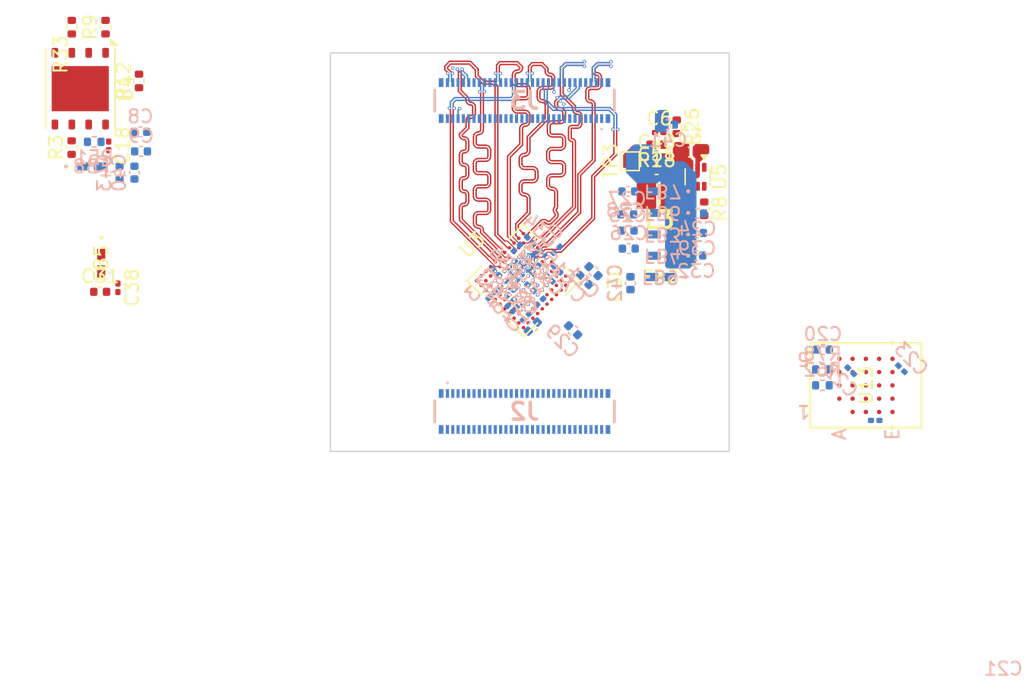
<source format=kicad_pcb>
(kicad_pcb (version 20241229) (generator "pcbnew") (generator_version "9.0")
  (layers (0 "F.Cu" signal) (4 "In1.Cu" signal) (6 "In2.Cu" signal) (8 "In3.Cu" signal) (10 "In4.Cu" signal) (2 "B.Cu" signal) (13 "F.Paste" user) (15 "B.Paste" user) (5 "F.SilkS" user "F.Silkscreen") (7 "B.SilkS" user "B.Silkscreen") (1 "F.Mask" user) (3 "B.Mask" user) (25 "Edge.Cuts" user))
  (net 0 "")
  (net 1 "GND")
  (net 2 "P5VD_AON")
  (net 3 "Net-(U5-FB)")
  (net 4 "P3V3D_FPGA")
  (net 5 "P1V8D_FPGA")
  (net 6 "P1VD_FPGA")
  (net 7 "Net-(U3F-VCCPLLDPHY0)")
  (net 8 "Net-(U3F-VCCDPHY0)")
  (net 9 "Net-(U3G-VCCPLLDPHY1)")
  (net 10 "Net-(U3G-VCCDPHY1)")
  (net 11 "Net-(U3F-VCCADPHY0)")
  (net 12 "Net-(U3G-VCCADPHY1)")
  (net 13 "/FPGA/PVCCAUX")
  (net 14 "Net-(U3H-VCCAUXH5)")
  (net 15 "PVIO5_FPGA")
  (net 16 "PVIO1_FPGA")
  (net 17 "PVIO3_FPGA")
  (net 18 "/FPGA/SHARED_PMOD_B5")
  (net 19 "/FPGA/RGB_MIPI.CLK-")
  (net 20 "/FPGA/EXT_QSPI.SCK")
  (net 21 "/FPGA/RGB_MIPI.D0+")
  (net 22 "/FPGA/DONE")
  (net 23 "/FPGA/RGB_MIPI.D2-")
  (net 24 "/FPGA/FPGA_EN")
  (net 25 "/FPGA/RGB_MIPI.D1+")
  (net 26 "/FPGA/RGB_MIPI.CLK+")
  (net 27 "/FPGA/SHUTDOWNn")
  (net 28 "/FPGA/RGB_MIPI.D1-")
  (net 29 "/FPGA/RGB_MIPI.D0-")
  (net 30 "Net-(U5-SW)")
  (net 31 "Net-(U5-PG)")
  (net 32 "Net-(U3B-PR9B)")
  (net 33 "/FPGA/MIPI_IO.LED_EN")
  (net 34 "/FPGA/EXT_QSPI.SD2")
  (net 35 "/FPGA/EXT_QSPI.SD3")
  (net 36 "/FPGA/SHARED_PMOD_A7")
  (net 37 "/FPGA/FPGA_PMOD0")
  (net 38 "/FPGA/SHARED_PMOD_B6")
  (net 39 "/FPGA/EXT_QSPI.MISO")
  (net 40 "/FPGA/EXT_MIPI.D2+")
  (net 41 "/FPGA/PB42A")
  (net 42 "/FPGA/RGB_MIPI.D2+")
  (net 43 "/FPGA/IRQn")
  (net 44 "/FPGA/MIPI_IO.PWR_EN")
  (net 45 "/FPGA/MULTI_FN")
  (net 46 "/FPGA/SHARED_PMOD_B4")
  (net 47 "/FPGA/EXT_MIPI.D3+")
  (net 48 "/FPGA/SHARED_PMOD_A5")
  (net 49 "/FPGA/PB40A")
  (net 50 "/FPGA/SHARED_PMOD_A3")
  (net 51 "/FPGA/SHARED_PMOD_B3")
  (net 52 "/FPGA/RGB_MIPI.D3+")
  (net 53 "/FPGA/SHARED_PMOD_A4")
  (net 54 "/FPGA/FPGA_PMOD3")
  (net 55 "/FPGA/FPGA_PMOD4")
  (net 56 "/FPGA/EXT_MIPI.D2-")
  (net 57 "/FPGA/EXT_MIPI.D0+")
  (net 58 "/FPGA/EXT_MIPI.CLK-")
  (net 59 "/FPGA/SHARED_PMOD_B1")
  (net 60 "/FPGA/EXT_MIPI.CLK+")
  (net 61 "/FPGA/JTAG_EN")
  (net 62 "/FPGA/SDA1")
  (net 63 "/FPGA/SHARED_PMOD_A1")
  (net 64 "/FPGA/TDO")
  (net 65 "/FPGA/TCK")
  (net 66 "/FPGA/QSPI.CSn")
  (net 67 "/FPGA/FPGA_PMOD6")
  (net 68 "/FPGA/TDI")
  (net 69 "/FPGA/TMS")
  (net 70 "/FPGA/EXT_QSPI.MOSI")
  (net 71 "/FPGA/SHARED_PMOD_B7")
  (net 72 "/FPGA/PB42B")
  (net 73 "/FPGA/EXT_MIPI.D0-")
  (net 74 "/FPGA/SHARED_PMOD_A0")
  (net 75 "/FPGA/SHARED_PMOD_B2")
  (net 76 "/FPGA/SDA0")
  (net 77 "Net-(U3A-PT59A{slash}MCLK{slash}PCLKT0_0)")
  (net 78 "/FPGA/FLASH_CSn")
  (net 79 "/FPGA/SRAM_CEN")
  (net 80 "/FPGA/SRAM_RSTn")
  (net 81 "/FPGA/SHARED_PMOD_B0")
  (net 82 "/FPGA/FPGA_CLK")
  (net 83 "/FPGA/EXT_QSPI.CSn")
  (net 84 "/FPGA/FPGA_PMOD5")
  (net 85 "/FPGA/SCL0")
  (net 86 "/FPGA/SHARED_PMOD_A6")
  (net 87 "/FPGA/SHARED_PMOD_A2")
  (net 88 "/FPGA/EXT_MIPI.D1-")
  (net 89 "/FPGA/FPGA_PMOD7")
  (net 90 "/FPGA/EXT_MIPI.D1+")
  (net 91 "/FPGA/FPGA_PMOD1")
  (net 92 "/FPGA/FPGA_PMOD2")
  (net 93 "/FPGA/PB40B")
  (net 94 "/FPGA/RGB_MIPI.D3-")
  (net 95 "/FPGA/EXT_MIPI.D3-")
  (net 96 "/FPGA/SCL1")
  (net 103 "/FPGA/QSPI.SCLK")
  (net 104 "/FPGA/HSTX5")
  (net 105 "/FPGA/SRAM_DQ7")
  (net 106 "/FPGA/HSTX4")
  (net 107 "/FPGA/SRAM_DQ5")
  (net 108 "/FPGA/HSTX2")
  (net 109 "/FPGA/SRAM_RW")
  (net 110 "/FPGA/HSTX7")
  (net 111 "/FPGA/HSTX3")
  (net 112 "/FPGA/SRAM_DQ3")
  (net 113 "/FPGA/SRAM_CLK_P")
  (net 114 "/FPGA/HSTX6")
  (net 115 "/FPGA/SRAM_DQ2")
  (net 116 "/FPGA/SRAM_DQ4")
  (net 117 "/FPGA/HSTX0")
  (net 118 "/FPGA/HSTX1")
  (net 119 "/FPGA/SRAM_DQ6")
  (net 120 "/FPGA/SRAM_DQ0")
  (net 121 "/FPGA/SRAM_CLK_N")
  (net 122 "/FPGA/SRAM_DQ1")
  (footprint "Capacitor_SMD:C_0402_1005Metric" (layer "F.Cu") (at 129.827881 87.635936)
    (property "Reference" "C48")
    (property "Value" "10u")
  )
  (footprint "Capacitor_SMD:C_0201_0603Metric" (layer "F.Cu") (at 89.3036 97.451699 -90)
    (property "Reference" "C38")
    (property "Value" "0.1u")
  )
  (footprint "Resistor_SMD:R_0402_1005Metric" (layer "F.Cu") (at 85.832 77.8266 90)
    (property "Reference" "R33")
    (property "Value" "4.7K")
  )
  (footprint "Capacitor_SMD:C_0402_1005Metric" (layer "F.Cu") (at 129.828199 88.5568)
    (property "Reference" "C51")
    (property "Value" "10u")
  )
  (footprint "pico:IND_BLM15_0402_MUR-M" (layer "F.Cu") (at 88.0444 95.595099 -90)
    (property "Reference" "FB5")
    (property "Value" "BLM15AG121SN1D")
  )
  (footprint "Resistor_SMD:R_0402_1005Metric" (layer "F.Cu") (at 133.412196 91.501202 -90)
    (property "Reference" "R8")
    (property "Value" "DNF")
  )
  (footprint "Capacitor_SMD:C_0201_0603Metric" (layer "F.Cu") (at 88.6094 86.763001 -90)
    (property "Reference" "C18")
    (property "Value" "0.1u")
  )
  (footprint "Package_SON:WSON-8-1EP_6x5mm_P1.27mm_EP3.4x4.3mm" (layer "F.Cu") (at 86.4694 82.4574 -90)
    (property "Reference" "U4")
    (property "Value" "W25Q128JVPIQ")
  )
  (footprint "Resistor_SMD:R_0402_1005Metric" (layer "F.Cu") (at 90.889 81.8752 90)
    (property "Reference" "R12")
    (property "Value" "27")
  )
  (footprint "Resistor_SMD:R_0402_1005Metric" (layer "F.Cu") (at 85.8204 86.893 90)
    (property "Reference" "R3")
    (property "Value" "27")
  )
  (footprint "Capacitor_SMD:C_0201_0603Metric" (layer "F.Cu") (at 130.0238 85.762801)
    (property "Reference" "C6")
    (property "Value" "33p")
  )
  (footprint "Resistor_SMD:R_0402_1005Metric" (layer "F.Cu") (at 131.341401 85.324992 -90)
    (property "Reference" "R26")
    (property "Value" "294K")
  )
  (footprint "Capacitor_SMD:C_0402_1005Metric" (layer "F.Cu") (at 127.8678 97.1 90)
    (property "Reference" "C30")
    (property "Value" "10u")
  )
  (footprint "Resistor_SMD:R_0402_1005Metric" (layer "F.Cu") (at 88.371999 77.8266 90)
    (property "Reference" "R9")
    (property "Value" "4.7K")
  )
  (footprint "Package_TO_SOT_SMD:SOT-563" (layer "F.Cu") (at 132.9122 89.0939 -90)
    (property "Reference" "U5")
    (property "Value" "AP61102QZ6-7")
  )
  (footprint "pico:IND_BLM15_0402_MUR-M" (layer "F.Cu") (at 130.1102 96.634 180)
    (property "Reference" "FB2")
    (property "Value" "BLM15AG121SN1D")
  )
  (footprint "pico:BGA24_APS6408L-3OBM-BA_APY" (layer "F.Cu") (at 145.5744 104.7974 90)
    (property "Reference" "U13")
    (property "Value" "APS6408L-OBM-BA")
  )
  (footprint "TestPoint:TestPoint_Pad_1.0x1.0mm" (layer "F.Cu") (at 127.824197 87.921802 90)
    (property "Reference" "TP3")
    (property "Value" "1V0")
  )
  (footprint "pico:BGA121N50P11X11_600X600X100" (layer "F.Cu") (at 119.816166 96.912599 45)
    (property "Reference" "U3")
    (property "Value" "LIFCL-17-7MG121C")
  )
  (footprint "Resistor_SMD:R_0402_1005Metric" (layer "F.Cu") (at 129.8328 86.677198 180)
    (property "Reference" "R18")
    (property "Value" "200K")
  )
  (footprint "Capacitor_SMD:C_0402_1005Metric" (layer "F.Cu") (at 132.348 87.235999)
    (property "Reference" "C3")
    (property "Value" "10u")
  )
  (footprint "pico:DFE201610E" (layer "F.Cu") (at 130.046798 90.334799 180)
    (property "Reference" "L3")
    (property "Value" "1u" (hide yes))
  )
  (footprint "Capacitor_SMD:C_0402_1005Metric" (layer "F.Cu") (at 87.9694 97.750499)
    (property "Reference" "C31")
    (property "Value" "10u")
  )
  (footprint "Capacitor_SMD:C_0201_0603Metric" (layer "B.Cu") (at 121.264958 94.862909 -45)
    (property "Reference" "C47")
    (property "Value" "0.1u")
  )
  (footprint "pico:IND_BLM15_0402_MUR-M" (layer "B.Cu") (at 130.288 90.1824 180)
    (property "Reference" "FB7")
    (property "Value" "BLM15AG121SN1D")
  )
  (footprint "Capacitor_SMD:C_0201_0603Metric" (layer "B.Cu") (at 146.277001 107.432401 180)
    (property "Reference" "C21")
    (property "Value" "0.1u")
  )
  (footprint "Capacitor_SMD:C_0201_0603Metric" (layer "B.Cu") (at 119.322465 94.438999 45)
    (property "Reference" "C33")
    (property "Value" "0.1u")
  )
  (footprint "Capacitor_SMD:C_0201_0603Metric" (layer "B.Cu") (at 117.744343 96.269132 135)
    (property "Reference" "C36")
    (property "Value" "0.1u")
  )
  (footprint "pico:IND_BLM15_0402_MUR-M" (layer "B.Cu") (at 130.1102 96.634 180)
    (property "Reference" "FB9")
    (property "Value" "BLM15AG121SN1D")
  )
  (footprint "Capacitor_SMD:C_0201_0603Metric" (layer "B.Cu") (at 121.060674 98.51066 -135)
    (property "Reference" "C45")
    (property "Value" "0.1u")
  )
  (footprint "Capacitor_SMD:C_0402_1005Metric" (layer "B.Cu") (at 127.6175 91.9232 180)
    (property "Reference" "C27")
    (property "Value" "2.2u")
  )
  (footprint "pico:IND_BLM15_0402_MUR-M" (layer "B.Cu") (at 130.288 95.0338 180)
    (property "Reference" "FB4")
    (property "Value" "BLM15AG121SN1D")
  )
  (footprint "Capacitor_SMD:C_0201_0603Metric" (layer "B.Cu") (at 148.245675 103.543875 135)
    (property "Reference" "C23")
    (property "Value" "0.1u")
  )
  (footprint "Capacitor_SMD:C_0201_0603Metric" (layer "B.Cu") (at 118.274673 97.138873 -135)
    (property "Reference" "C12")
    (property "Value" "0.1u")
  )
  (footprint "Capacitor_SMD:C_0201_0603Metric" (layer "B.Cu") (at 119.253028 98.967453 -135)
    (property "Reference" "C76")
    (property "Value" "0.1u")
  )
  (footprint "Resistor_SMD:R_0402_1005Metric" (layer "B.Cu") (at 87.520999 86.4614)
    (property "Reference" "R51")
    (property "Value" "4.7K")
  )
  (footprint "Capacitor_SMD:C_0201_0603Metric" (layer "B.Cu") (at 121.76071 96.735822 135)
    (property "Reference" "C15")
    (property "Value" "0.1u")
  )
  (footprint "Capacitor_SMD:C_0201_0603Metric" (layer "B.Cu") (at 120.339425 97.45 -45)
    (property "Reference" "C83")
    (property "Value" "0.1u")
  )
  (footprint "Capacitor_SMD:C_0201_0603Metric" (layer "B.Cu") (at 117.42261 97.990937 -135)
    (property "Reference" "C13")
    (property "Value" "0.1u")
  )
  (footprint "Capacitor_SMD:C_0402_1005Metric" (layer "B.Cu") (at 124.401472 96.869183 -45)
    (property "Reference" "C7")
    (property "Value" "10u")
  )
  (footprint "Capacitor_SMD:C_0201_0603Metric" (layer "B.Cu") (at 122.336296 96.053606 -45)
    (property "Reference" "C46")
    (property "Value" "0.1u")
  )
  (footprint "Capacitor_SMD:C_0402_1005Metric" (layer "B.Cu") (at 89.4285 88.7846 -90)
    (property "Reference" "C43")
    (property "Value" "10u")
  )
  (footprint "Capacitor_SMD:C_0402_1005Metric" (layer "B.Cu") (at 132.8648 93.3206)
    (property "Reference" "C39")
    (property "Value" "10u")
  )
  (footprint "pico:IND_BLM15_0402_MUR-M" (layer "B.Cu") (at 130.288 91.808 180)
    (property "Reference" "FB6")
    (property "Value" "BLM15AG121SN1D")
  )
  (footprint "Capacitor_SMD:C_0402_1005Metric" (layer "B.Cu") (at 127.861 97.1 -90)
    (property "Reference" "C42")
    (property "Value" "10u")
  )
  (footprint "Capacitor_SMD:C_0201_0603Metric" (layer "B.Cu") (at 122.32371 94.589472 -135)
    (property "Reference" "C37")
    (property "Value" "0.1u")
  )
  (footprint "pico:DF40C60DP04V51" (layer "B.Cu") (at 119.8944 106.7624)
    (property "Reference" "J2")
    (property "Value" "DF40C-60DP-0.4V(51)" (hide yes))
  )
  (footprint "Resistor_SMD:R_0402_1005Metric" (layer "B.Cu") (at 142.302402 103.597001 180)
    (property "Reference" "R78")
    (property "Value" "4.7K")
  )
  (footprint "pico:IND_BLM15_0402_MUR-M" (layer "B.Cu") (at 87.319 88.3134)
    (property "Reference" "FB8")
    (property "Value" "BLM15AG121SN1D")
  )
  (footprint "Capacitor_SMD:C_0201_0603Metric" (layer "B.Cu") (at 120.692979 96.021644 45)
    (property "Reference" "C81")
    (property "Value" "0.1u")
  )
  (footprint "Capacitor_SMD:C_0402_1005Metric" (layer "B.Cu") (at 90.9932 85.7086 180)
    (property "Reference" "C8")
    (property "Value" "10u")
  )
  (footprint "pico:IND_BLM15_0402_MUR-M" (layer "B.Cu") (at 130.288 93.4336 180)
    (property "Reference" "FB3")
    (property "Value" "BLM15AG121SN1D")
  )
  (footprint "Capacitor_SMD:C_0402_1005Metric" (layer "B.Cu") (at 123.550398 100.647962 -45)
    (property "Reference" "C29")
    (property "Value" "10u")
  )
  (footprint "Capacitor_SMD:C_0201_0603Metric" (layer "B.Cu") (at 118.932283 95.675162 45)
    (property "Reference" "C35")
    (property "Value" "0.1u")
  )
  (footprint "pico:DF40C60DP04V51" (layer "B.Cu") (at 119.8944 83.355 180)
    (property "Reference" "J3")
    (property "Value" "DF40C-60DP-0.4V(51)" (hide yes))
  )
  (footprint "Capacitor_SMD:C_0402_1005Metric" (layer "B.Cu") (at 90.5461 88.7794 -90)
    (property "Reference" "C40")
    (property "Value" "10u")
  )
  (footprint "Capacitor_SMD:C_0201_0603Metric" (layer "B.Cu") (at 118.855209 97.779937 -135)
    (property "Reference" "C44")
    (property "Value" "0.1u")
  )
  (footprint "Capacitor_SMD:C_0402_1005Metric" (layer "B.Cu") (at 132.8902 91.8474)
    (property "Reference" "C24")
    (property "Value" "10u")
  )
  (footprint "Resistor_SMD:R_0402_1005Metric" (layer "B.Cu") (at 142.302402 104.790801 180)
    (property "Reference" "R62")
    (property "Value" "4.7K")
  )
  (footprint "Capacitor_SMD:C_0402_1005Metric" (layer "B.Cu") (at 127.7379 94.4998 180)
    (property "Reference" "C26")
    (property "Value" "10u")
  )
  (footprint "Capacitor_SMD:C_0402_1005Metric" (layer "B.Cu") (at 127.7011 90.1938 180)
    (property "Reference" "C28")
    (property "Value" "10u")
  )
  (footprint "Capacitor_SMD:C_0402_1005Metric" (layer "B.Cu") (at 125.082274 96.197715 -45)
    (property "Reference" "C11")
    (property "Value" "10u")
  )
  (footprint "Capacitor_SMD:C_0402_1005Metric" (layer "B.Cu") (at 142.346003 102.098401 180)
    (property "Reference" "C20")
    (property "Value" "10u")
  )
  (footprint "Capacitor_SMD:C_0201_0603Metric" (layer "B.Cu") (at 120.317788 93.872182 135)
    (property "Reference" "C34")
    (property "Value" "0.1u")
  )
  (footprint "Capacitor_SMD:C_0201_0603Metric" (layer "B.Cu") (at 144.435675 103.696275 -45)
    (property "Reference" "C22")
    (property "Value" "0.1u")
  )
  (footprint "Capacitor_SMD:C_0402_1005Metric" (layer "B.Cu") (at 120.51691 100.373039 -135)
    (property "Reference" "C10")
    (property "Value" "10u")
  )
  (footprint "Capacitor_SMD:C_0402_1005Metric" (layer "B.Cu") (at 91.044 87.1818 180)
    (property "Reference" "C9")
    (property "Value" "10u")
  )
  (footprint "Capacitor_SMD:C_0402_1005Metric" (layer "B.Cu") (at 130.683001 85.165394)
    (property "Reference" "C41")
    (property "Value" "10u")
  )
  (footprint "Capacitor_SMD:C_0402_1005Metric" (layer "B.Cu") (at 132.814 95.0224)
    (property "Reference" "C32")
    (property "Value" "10u")
  )
  (footprint "Capacitor_SMD:C_0201_0603Metric" (layer "B.Cu") (at 118.856622 98.57925 -135)
    (property "Reference" "C84")
    (property "Value" "0.1u")
  )
  (footprint "Capacitor_SMD:C_0402_1005Metric" (layer "B.Cu") (at 127.6506 93.1448 180)
    (property "Reference" "C25")
    (property "Value" "10u")
  )
  (footprint "Capacitor_SMD:C_0201_0603Metric" (layer "B.Cu") (at 120.00652 99.636092 -135)
    (property "Reference" "C14")
    (property "Value" "0.1u")
  )
  (gr_rect (start 105.2944 79.7674) (end 135.2944 109.7674) (stroke (width 0.1)) (fill no) (layer "Edge.Cuts"))
  (via (at 114.5 80.9) (size 0.254) (drill 0.1524) (layers "F.Cu" "B.Cu") (net 0))
  (via (at 122.84 83.6126) (size 0.254) (drill 0.1524) (layers "F.Cu" "B.Cu") (net 0))
  (via (at 119.816166 99.033919) (size 0.254) (drill 0.1524) (layers "F.Cu" "B.Cu") (net 1))
  (via (at 123.24496 82.56756) (size 0.254) (drill 0.1524) (layers "F.Cu" "B.Cu") (net 1))
  (via (at 120.523273 97.619706) (size 0.254) (drill 0.1524) (layers "F.Cu" "B.Cu") (net 1))
  (via (at 118.401953 96.205492) (size 0.254) (drill 0.1524) (layers "F.Cu" "B.Cu") (net 1))
  (via (at 121.583933 96.559045) (size 0.254) (drill 0.1524) (layers "F.Cu" "B.Cu") (net 1))
  (via (at 118.755506 97.973259) (size 0.254) (drill 0.1524) (layers "F.Cu" "B.Cu") (net 1))
  (via (at 122.11 82.7126) (size 0.254) (drill 0.1524) (layers "F.Cu" "B.Cu") (net 1))
  (via (at 120.876826 95.851939) (size 0.254) (drill 0.1524) (layers "F.Cu" "B.Cu") (net 1))
  (via (at 118.048399 97.266152) (size 0.254) (drill 0.1524) (layers "F.Cu" "B.Cu") (net 1))
  (via (at 121.583933 95.144832) (size 0.254) (drill 0.1524) (layers "F.Cu" "B.Cu") (net 1))
  (via (at 117.694846 96.205492) (size 0.254) (drill 0.1524) (layers "F.Cu" "B.Cu") (net 1))
  (via (at 119.109059 95.498385) (size 0.254) (drill 0.1524) (layers "F.Cu" "B.Cu") (net 1))
  (via (at 115.01 83.9626) (size 0.254) (drill 0.1524) (layers "F.Cu" "B.Cu") (net 1))
  (via (at 119.816166 94.791279) (size 0.254) (drill 0.1524) (layers "F.Cu" "B.Cu") (net 1))
  (segment (start 122.0944 82) (end 122.0944 82.697) (width 0.10668) (layer "B.Cu") (net 1))
  (segment (start 123.2944 82.51812) (end 123.24496 82.56756) (width 0.10668) (layer "B.Cu") (net 1))
  (segment (start 122.0944 82.697) (end 122.11 82.7126) (width 0.10668) (layer "B.Cu") (net 1))
  (segment (start 123.2944 82) (end 123.2944 82.51812) (width 0.10668) (layer "B.Cu") (net 1))
  (segment (start 114.8944 84.71) (end 114.8944 84.0782) (width 0.10668) (layer "B.Cu") (net 1))
  (segment (start 114.8944 84.0782) (end 115.01 83.9626) (width 0.10668) (layer "B.Cu") (net 1))
  (via (at 118.401953 96.912599) (size 0.254) (drill 0.1524) (layers "F.Cu" "B.Cu") (net 4))
  (via (at 120.876826 97.973259) (size 0.254) (drill 0.1524) (layers "F.Cu" "B.Cu") (net 5))
  (via (at 120.523273 95.498385) (size 0.254) (drill 0.1524) (layers "F.Cu" "B.Cu") (net 6))
  (via (at 120.523273 96.205492) (size 0.254) (drill 0.1524) (layers "F.Cu" "B.Cu") (net 6))
  (via (at 119.109059 97.619706) (size 0.254) (drill 0.1524) (layers "F.Cu" "B.Cu") (net 6))
  (via (at 119.462613 95.144832) (size 0.254) (drill 0.1524) (layers "F.Cu" "B.Cu") (net 7))
  (via (at 120.16972 95.144832) (size 0.254) (drill 0.1524) (layers "F.Cu" "B.Cu") (net 8))
  (via (at 118.755506 95.851939) (size 0.254) (drill 0.1524) (layers "F.Cu" "B.Cu") (net 9))
  (via (at 118.048399 96.559045) (size 0.254) (drill 0.1524) (layers "F.Cu" "B.Cu") (net 10))
  (via (at 119.109059 98.326812) (size 0.254) (drill 0.1524) (layers "F.Cu" "B.Cu") (net 13))
  (via (at 119.462613 98.680366) (size 0.254) (drill 0.1524) (layers "F.Cu" "B.Cu") (net 13))
  (via (at 120.16972 97.266152) (size 0.254) (drill 0.1524) (layers "F.Cu" "B.Cu") (net 13))
  (via (at 121.23038 96.205492) (size 0.254) (drill 0.1524) (layers "F.Cu" "B.Cu") (net 14))
  (via (at 121.937487 96.912599) (size 0.254) (drill 0.1524) (layers "F.Cu" "B.Cu") (net 15))
  (segment (start 121.226165 93.906238) (end 121.399882 93.732521) (width 0.0762) (layer "F.Cu") (net 19))
  (segment (start 121.213638 93.906238) (end 121.226165 93.906238) (width 0.0762) (layer "F.Cu") (net 19))
  (segment (start 122.798541 80.948735) (end 122.798541 82.823865) (width 0.10668) (layer "F.Cu") (net 19))
  (segment (start 123.40918 85.489086) (end 123.40918 86.174126) (width 0.10668) (layer "F.Cu") (net 19))
  (segment (start 123.72414 87.154536) (end 123.72414 87.648293) (width 0.10668) (layer "F.Cu") (net 19))
  (segment (start 123.72414 87.648293) (end 123.72414 91.408263) (width 0.10668) (layer "F.Cu") (net 19))
  (segment (start 123.72414 91.408263) (end 121.399882 93.732521) (width 0.10668) (layer "F.Cu") (net 19))
  (segment (start 123.043135 80.704141) (end 122.798541 80.948735) (width 0.10668) (layer "F.Cu") (net 19))
  (segment (start 120.977276 94.1426) (end 121.213638 93.906238) (width 0.0762) (layer "F.Cu") (net 19))
  (segment (start 123.862923 85.435746) (end 123.72414 85.435746) (width 0.10668) (layer "F.Cu") (net 19))
  (segment (start 120.525181 94.437725) (end 120.820306 94.1426) (width 0.0762) (layer "F.Cu") (net 19))
  (segment (start 124.326341 80.704141) (end 123.043135 80.704141) (width 0.10668) (layer "F.Cu") (net 19))
  (segment (start 124.209986 84.515382) (end 124.209986 85.088683) (width 0.10668) (layer "F.Cu") (net 19))
  (segment (start 122.798541 82.823865) (end 123.72414 83.749464) (width 0.10668) (layer "F.Cu") (net 19))
  (segment (start 123.72414 86.489086) (end 123.72414 87.154536) (width 0.10668) (layer "F.Cu") (net 19))
  (segment (start 123.72414 85.435746) (end 123.56666 85.435746) (width 0.10668) (layer "F.Cu") (net 19))
  (segment (start 123.56666 85.435746) (end 123.46252 85.435746) (width 0.10668) (layer "F.Cu") (net 19))
  (segment (start 120.169719 94.437725) (end 120.525181 94.437725) (width 0.0762) (layer "F.Cu") (net 19))
  (segment (start 124.4 80.7778) (end 124.326341 80.704141) (width 0.10668) (layer "F.Cu") (net 19))
  (segment (start 123.72414 83.749464) (end 123.72414 84.029536) (width 0.10668) (layer "F.Cu") (net 19))
  (segment (start 120.820306 94.1426) (end 120.977276 94.1426) (width 0.0762) (layer "F.Cu") (net 19))
  (via (at 124.4 80.7778) (size 0.254) (drill 0.1524) (layers "F.Cu" "B.Cu") (net 19))
  (arc (start 123.46252 85.435746) (mid 123.424803 85.451369) (end 123.40918 85.489086) (width 0.10668) (layer "F.Cu") (net 19))
  (arc (start 124.209986 85.088683) (mid 124.108334 85.334094) (end 123.862923 85.435746) (width 0.10668) (layer "F.Cu") (net 19))
  (arc (start 123.862923 84.168319) (mid 124.108334 84.269971) (end 124.209986 84.515382) (width 0.10668) (layer "F.Cu") (net 19))
  (arc (start 123.46252 86.227466) (mid 123.647513 86.304093) (end 123.72414 86.489086) (width 0.10668) (layer "F.Cu") (net 19))
  (arc (start 123.72414 84.029536) (mid 123.764789 84.12767) (end 123.862923 84.168319) (width 0.10668) (layer "F.Cu") (net 19))
  (arc (start 123.40918 86.174126) (mid 123.424803 86.211843) (end 123.46252 86.227466) (width 0.10668) (layer "F.Cu") (net 19))
  (segment (start 124.32634 80.70414) (end 123.043136 80.70414) (width 0.10668) (layer "B.Cu") (net 19))
  (segment (start 122.798541 81.904141) (end 122.8944 82) (width 0.10668) (layer "B.Cu") (net 19))
  (segment (start 124.4 80.7778) (end 124.32634 80.70414) (width 0.10668) (layer "B.Cu") (net 19))
  (segment (start 123.043136 80.70414) (end 122.798541 80.948735) (width 0.10668) (layer "B.Cu") (net 19))
  (segment (start 122.798541 80.948735) (end 122.798541 81.904141) (width 0.10668) (layer "B.Cu") (net 19))
  (segment (start 123.90802 91.484429) (end 123.90586 91.486589) (width 0.10668) (layer "F.Cu") (net 21))
  (segment (start 126.4 80.4222) (end 126.326341 80.495859) (width 0.10668) (layer "F.Cu") (net 21))
  (segment (start 124.990259 83.652556) (end 124.990259 84.109627) (width 0.10668) (layer "F.Cu") (net 21))
  (segment (start 123.90802 88.897304) (end 123.90802 91.484429) (width 0.10668) (layer "F.Cu") (net 21))
  (segment (start 125.356865 80.495859) (end 124.990259 80.862465) (width 0.10668) (layer "F.Cu") (net 21))
  (segment (start 124.990259 84.341914) (end 124.990259 87.815065) (width 0.10668) (layer "F.Cu") (net 21))
  (segment (start 121.351006 94.058962) (end 120.972243 94.437725) (width 0.10668) (layer "F.Cu") (net 21))
  (segment (start 124.990259 87.815065) (end 123.90802 88.897304) (width 0.10668) (layer "F.Cu") (net 21))
  (segment (start 124.990259 84.109627) (end 124.990259 84.341914) (width 0.10668) (layer "F.Cu") (net 21))
  (segment (start 121.566362 94.058962) (end 121.351006 94.058962) (width 0.10668) (layer "F.Cu") (net 21))
  (segment (start 123.90586 91.719464) (end 121.566362 94.058962) (width 0.10668) (layer "F.Cu") (net 21))
  (segment (start 126.326341 80.495859) (end 125.356865 80.495859) (width 0.10668) (layer "F.Cu") (net 21))
  (segment (start 124.508541 82.652556) (end 124.508541 83.170838) (width 0.10668) (layer "F.Cu") (net 21))
  (segment (start 125.198541 82.307556) (end 124.957682 82.307556) (width 0.10668) (layer "F.Cu") (net 21))
  (segment (start 124.957682 82.307556) (end 124.853541 82.307556) (width 0.10668) (layer "F.Cu") (net 21))
  (segment (start 124.990259 80.862465) (end 124.990259 81.109627) (width 0.10668) (layer "F.Cu") (net 21))
  (segment (start 120.972243 94.437725) (end 120.876826 94.437725) (width 0.10668) (layer "F.Cu") (net 21))
  (segment (start 123.90586 91.486589) (end 123.90586 91.719464) (width 0.10668) (layer "F.Cu") (net 21))
  (segment (start 125.472011 81.591379) (end 125.472011 82.170821) (width 0.10668) (layer "F.Cu") (net 21))
  (segment (start 125.335276 82.307556) (end 125.198541 82.307556) (width 0.10668) (layer "F.Cu") (net 21))
  (via (at 126.4 80.4222) (size 0.254) (drill 0.1524) (layers "F.Cu" "B.Cu") (net 21))
  (arc (start 124.508541 83.170838) (mid 124.609589 83.41479) (end 124.853541 83.515838) (width 0.10668) (layer "F.Cu") (net 21))
  (arc (start 124.990259 81.109627) (mid 125.091312 81.353591) (end 125.335276 81.454644) (width 0.10668) (layer "F.Cu") (net 21))
  (arc (start 124.853541 83.515838) (mid 124.950215 83.555882) (end 124.990259 83.652556) (width 0.10668) (layer "F.Cu") (net 21))
  (arc (start 124.853541 82.307556) (mid 124.609589 82.408604) (end 124.508541 82.652556) (width 0.10668) (layer "F.Cu") (net 21))
  (arc (start 125.472011 82.170821) (mid 125.431962 82.267507) (end 125.335276 82.307556) (width 0.10668) (layer "F.Cu") (net 21))
  (arc (start 125.335276 81.454644) (mid 125.431962 81.494693) (end 125.472011 81.591379) (width 0.10668) (layer "F.Cu") (net 21))
  (segment (start 125.356865 80.495859) (end 124.990259 80.862465) (width 0.10668) (layer "B.Cu") (net 21))
  (segment (start 126.4 80.4222) (end 126.326341 80.495859) (width 0.10668) (layer "B.Cu") (net 21))
  (segment (start 124.990259 81.904141) (end 124.8944 82) (width 0.10668) (layer "B.Cu") (net 21))
  (segment (start 124.990259 80.862465) (end 124.990259 81.904141) (width 0.10668) (layer "B.Cu") (net 21))
  (segment (start 126.326341 80.495859) (end 125.356865 80.495859) (width 0.10668) (layer "B.Cu") (net 21))
  (via (at 119.462613 95.851939) (size 0.254) (drill 0.1524) (layers "F.Cu" "B.Cu") (net 22))
  (segment (start 121.99 94.76674) (end 122.653137 94.76674) (width 0.10668) (layer "F.Cu") (net 23))
  (segment (start 120.876826 95.144832) (end 121.228472 95.144832) (width 0.0762) (layer "F.Cu") (net 23))
  (segment (start 122.653137 94.76674) (end 125.16414 92.255737) (width 0.10668) (layer "F.Cu") (net 23))
  (segment (start 121.606564 94.76674) (end 121.99 94.76674) (width 0.0762) (layer "F.Cu") (net 23))
  (segment (start 126.824141 87.445735) (end 126.824141 85.596259) (width 0.10668) (layer "F.Cu") (net 23))
  (segment (start 121.228472 95.144832) (end 121.606564 94.76674) (width 0.0762) (layer "F.Cu") (net 23))
  (segment (start 125.16414 92.255737) (end 125.16414 89.105736) (width 0.10668) (layer "F.Cu") (net 23))
  (segment (start 125.16414 89.105736) (end 126.824141 87.445735) (width 0.10668) (layer "F.Cu") (net 23))
  (segment (start 126.824141 85.596259) (end 126.8978 85.5226) (width 0.10668) (layer "F.Cu") (net 23))
  (via (at 126.8978 85.5226) (size 0.254) (drill 0.1524) (layers "F.Cu" "B.Cu") (net 23))
  (segment (start 121.6944 82.495001) (end 121.59854 82.590861) (width 0.10668) (layer "B.Cu") (net 23))
  (segment (start 126.333136 83.87846) (end 126.832791 84.378115) (width 0.10668) (layer "B.Cu") (net 23))
  (segment (start 121.59854 83.363864) (end 122.113136 83.87846) (width 0.10668) (layer "B.Cu") (net 23))
  (segment (start 126.832791 84.378115) (end 126.832791 85.177085) (width 0.10668) (layer "B.Cu") (net 23))
  (segment (start 121.59854 82.590861) (end 121.59854 83.363864) (width 0.10668) (layer "B.Cu") (net 23))
  (segment (start 121.6944 82) (end 121.6944 82.495001) (width 0.10668) (layer "B.Cu") (net 23))
  (segment (start 126.824141 85.448941) (end 126.824141 85.185735) (width 0.10668) (layer "B.Cu") (net 23))
  (segment (start 126.8978 85.5226) (end 126.824141 85.448941) (width 0.10668) (layer "B.Cu") (net 23))
  (segment (start 126.824141 85.185735) (end 126.832791 85.177085) (width 0.10668) (layer "B.Cu") (net 23))
  (segment (start 122.113136 83.87846) (end 126.333136 83.87846) (width 0.10668) (layer "B.Cu") (net 23))
  (segment (start 120.751646 92.763679) (end 120.486362 93.028962) (width 0.10668) (layer "F.Cu") (net 25))
  (segment (start 122.16586 83.40612) (end 122.16586 83.687358) (width 0.10668) (layer "F.Cu") (net 25))
  (segment (start 122.16586 92.062426) (end 121.815234 92.413053) (width 0.10668) (layer "F.Cu") (net 25))
  (segment (start 122.57207 84.885288) (end 122.37414 84.885288) (width 0.10668) (layer "F.Cu") (net 25))
  (segment (start 122.37414 86.093568) (end 122.57207 86.093568) (width 0.10668) (layer "F.Cu") (net 25))
  (segment (start 122.340719 83.12709) (end 122.340719 83.231261) (width 0.10668) (layer "F.Cu") (net 25))
  (segment (start 121.56172 87.291498) (end 121.56172 87.687358) (width 0.10668) (layer "F.Cu") (net 25))
  (segment (start 122.07207 88.885288) (end 121.96793 88.885288) (width 0.10668) (layer "F.Cu") (net 25))
  (segment (start 122.16586 90.291498) (end 122.16586 90.687358) (width 0.10668) (layer "F.Cu") (net 25))
  (segment (start 122.77 84.291498) (end 122.77 84.687358) (width 0.10668) (layer "F.Cu") (net 25))
  (segment (start 121.96793 88.093568) (end 122.16586 88.093568) (width 0.10668) (layer "F.Cu") (net 25))
  (segment (start 122.16586 88.093568) (end 122.37414 88.093568) (width 0.10668) (layer "F.Cu") (net 25))
  (segment (start 122.37414 86.885288) (end 122.16586 86.885288) (width 0.10668) (layer "F.Cu") (net 25))
  (segment (start 122.16586 86.093568) (end 122.37414 86.093568) (width 0.10668) (layer "F.Cu") (net 25))
  (segment (start 122.77 86.291498) (end 122.77 86.687358) (width 0.10668) (layer "F.Cu") (net 25))
  (segment (start 122.77 88.291498) (end 122.77 88.687358) (width 0.10668) (layer "F.Cu") (net 25))
  (segment (start 122.37414 88.093568) (end 122.57207 88.093568) (width 0.10668) (layer "F.Cu") (net 25))
  (segment (start 122.57207 86.885288) (end 122.37414 86.885288) (width 0.10668) (layer "F.Cu") (net 25))
  (segment (start 122.37414 84.885288) (end 122.16586 84.885288) (width 0.10668) (layer "F.Cu") (net 25))
  (segment (start 120.486362 93.028962) (end 120.169719 93.345605) (width 0.10668) (layer "F.Cu") (net 25))
  (segment (start 122.57207 88.885288) (end 122.37414 88.885288) (width 0.10668) (layer "F.Cu") (net 25))
  (segment (start 122.16586 84.885288) (end 121.99293 84.885288) (width 0.10668) (layer "F.Cu") (net 25))
  (segment (start 121.56172 89.291498) (end 121.56172 89.687358) (width 0.10668) (layer "F.Cu") (net 25))
  (segment (start 121.102272 92.413053) (end 120.751646 92.763679) (width 0.10668) (layer "F.Cu") (net 25))
  (segment (start 122.37414 88.885288) (end 122.07207 88.885288) (width 0.10668) (layer "F.Cu") (net 25))
  (segment (start 122.16586 90.687358) (end 122.16586 91.349464) (width 0.10668) (layer "F.Cu") (net 25))
  (segment (start 121.61172 85.266498) (end 121.61172 85.712358) (width 0.10668) (layer "F.Cu") (net 25))
  (segment (start 121.99293 86.093568) (end 122.16586 86.093568) (width 0.10668) (layer "F.Cu") (net 25))
  (segment (start 120.169719 93.345605) (end 120.169719 93.730618) (width 0.10668) (layer "F.Cu") (net 25))
  (segment (start 122.340719 83.231261) (end 122.16586 83.40612) (width 0.10668) (layer "F.Cu") (net 25))
  (segment (start 122.16586 86.885288) (end 121.96793 86.885288) (width 0.10668) (layer "F.Cu") (net 25))
  (via (at 122.340719 83.12709) (size 0.254) (drill 0.1524) (layers "F.Cu" "B.Cu") (net 25))
  (arc (start 121.96793 88.885288) (mid 121.680696 89.004264) (end 121.56172 89.291498) (width 0.10668) (layer "F.Cu") (net 25))
  (arc (start 122.77 84.687358) (mid 122.712028 84.827316) (end 122.57207 84.885288) (width 0.10668) (layer "F.Cu") (net 25))
  (arc (start 121.96793 86.885288) (mid 121.680696 87.004264) (end 121.56172 87.291498) (width 0.10668) (layer "F.Cu") (net 25))
  (arc (start 121.60603 92.413052) (mid 121.354151 92.308721) (end 121.102272 92.413053) (width 0.10668) (layer "F.Cu") (net 25))
  (arc (start 121.96793 90.093568) (mid 122.107888 90.15154) (end 122.16586 90.291498) (width 0.10668) (layer "F.Cu") (net 25))
  (arc (start 122.77 88.687358) (mid 122.712028 88.827316) (end 122.57207 88.885288) (width 0.10668) (layer "F.Cu") (net 25))
  (arc (start 121.56172 89.687358) (mid 121.680696 89.974592) (end 121.96793 90.093568) (width 0.10668) (layer "F.Cu") (net 25))
  (arc (start 121.56172 87.687358) (mid 121.680696 87.974592) (end 121.96793 88.093568) (width 0.10668) (layer "F.Cu") (net 25))
  (arc (start 122.57207 86.093568) (mid 122.712028 86.15154) (end 122.77 86.291498) (width 0.10668) (layer "F.Cu") (net 25))
  (arc (start 121.99293 84.885288) (mid 121.723374 84.996942) (end 121.61172 85.266498) (width 0.10668) (layer "F.Cu") (net 25))
  (arc (start 122.57207 88.093568) (mid 122.712028 88.15154) (end 122.77 88.291498) (width 0.10668) (layer "F.Cu") (net 25))
  (arc (start 121.61172 85.712358) (mid 121.723374 85.981914) (end 121.99293 86.093568) (width 0.10668) (layer "F.Cu") (net 25))
  (arc (start 122.57207 84.093568) (mid 122.712028 84.15154) (end 122.77 84.291498) (width 0.10668) (layer "F.Cu") (net 25))
  (arc (start 122.165859 91.853222) (mid 122.209187 91.957824) (end 122.16586 92.062426) (width 0.10668) (layer "F.Cu") (net 25))
  (arc (start 121.815234 92.413053) (mid 121.710632 92.456381) (end 121.60603 92.413052) (width 0.10668) (layer "F.Cu") (net 25))
  (arc (start 122.16586 91.349464) (mid 122.061527 91.601344) (end 122.165859 91.853222) (width 0.10668) (layer "F.Cu") (net 25))
  (arc (start 122.77 86.687358) (mid 122.712028 86.827316) (end 122.57207 86.885288) (width 0.10668) (layer "F.Cu") (net 25))
  (arc (start 122.16586 83.687358) (mid 122.284836 83.974592) (end 122.57207 84.093568) (width 0.10668) (layer "F.Cu") (net 25))
  (segment (start 123.79026 82.385064) (end 123.156864 83.01846) (width 0.10668) (layer "B.Cu") (net 25))
  (segment (start 123.156864 83.01846) (end 122.55352 83.01846) (width 0.10668) (layer "B.Cu") (net 25))
  (segment (start 123.79026 82.31086) (end 123.79026 82.385064) (width 0.10668) (layer "B.Cu") (net 25))
  (segment (start 122.44489 83.12709) (end 122.340719 83.12709) (width 0.10668) (layer "B.Cu") (net 25))
  (segment (start 122.55352 83.01846) (end 122.44489 83.12709) (width 0.10668) (layer "B.Cu") (net 25))
  (segment (start 123.6944 82) (end 123.6944 82.215) (width 0.10668) (layer "B.Cu") (net 25))
  (segment (start 123.6944 82.215) (end 123.79026 82.31086) (width 0.10668) (layer "B.Cu") (net 25))
  (segment (start 123.51586 86.489086) (end 123.51586 87.154536) (width 0.10668) (layer "F.Cu") (net 26))
  (segment (start 122.590259 80.862465) (end 122.590259 82.910135) (width 0.10668) (layer "F.Cu") (net 26))
  (segment (start 123.56666 85.227466) (end 123.46252 85.227466) (width 0.10668) (layer "F.Cu") (net 26))
  (segment (start 123.51586 87.648293) (end 123.51586 91.321991) (width 0.10668) (layer "F.Cu") (net 26))
  (segment (start 120.523273 94.084172) (end 120.528428 94.084172) (width 0.0762) (layer "F.Cu") (net 26))
  (segment (start 123.51586 91.321991) (end 121.252606 93.585245) (width 0.10668) (layer "F.Cu") (net 26))
  (segment (start 123.862923 85.227466) (end 123.72414 85.227466) (width 0.10668) (layer "F.Cu") (net 26))
  (segment (start 122.956865 80.495859) (end 122.590259 80.862465) (width 0.10668) (layer "F.Cu") (net 26))
  (segment (start 123.51586 83.835736) (end 123.51586 84.029536) (width 0.10668) (layer "F.Cu") (net 26))
  (segment (start 122.590259 82.910135) (end 123.51586 83.835736) (width 0.10668) (layer "F.Cu") (net 26))
  (segment (start 123.51586 87.154536) (end 123.51586 87.648293) (width 0.10668) (layer "F.Cu") (net 26))
  (segment (start 121.0222 93.585245) (end 120.523273 94.084172) (width 0.10668) (layer "F.Cu") (net 26))
  (segment (start 124.4 80.4222) (end 124.326341 80.495859) (width 0.10668) (layer "F.Cu") (net 26))
  (segment (start 123.2009 85.489086) (end 123.2009 86.174126) (width 0.10668) (layer "F.Cu") (net 26))
  (segment (start 124.326341 80.495859) (end 122.956865 80.495859) (width 0.10668) (layer "F.Cu") (net 26))
  (segment (start 120.528428 94.084172) (end 120.58 94.0326) (width 0.0762) (layer "F.Cu") (net 26))
  (segment (start 124.001706 84.515382) (end 124.001706 85.088683) (width 0.10668) (layer "F.Cu") (net 26))
  (segment (start 121.252606 93.585245) (end 121.0222 93.585245) (width 0.10668) (layer "F.Cu") (net 26))
  (segment (start 123.72414 85.227466) (end 123.56666 85.227466) (width 0.10668) (layer "F.Cu") (net 26))
  (via (at 124.4 80.4222) (size 0.254) (drill 0.1524) (layers "F.Cu" "B.Cu") (net 26))
  (arc (start 123.862923 84.376599) (mid 123.961057 84.417248) (end 124.001706 84.515382) (width 0.10668) (layer "F.Cu") (net 26))
  (arc (start 123.46252 85.227466) (mid 123.277527 85.304093) (end 123.2009 85.489086) (width 0.10668) (layer "F.Cu") (net 26))
  (arc (start 124.001706 85.088683) (mid 123.961057 85.186817) (end 123.862923 85.227466) (width 0.10668) (layer "F.Cu") (net 26))
  (arc (start 123.46252 86.435746) (mid 123.500237 86.451369) (end 123.51586 86.489086) (width 0.10668) (layer "F.Cu") (net 26))
  (arc (start 123.2009 86.174126) (mid 123.277527 86.359119) (end 123.46252 86.435746) (width 0.10668) (layer "F.Cu") (net 26))
  (arc (start 123.51586 84.029536) (mid 123.617512 84.274947) (end 123.862923 84.376599) (width 0.10668) (layer "F.Cu") (net 26))
  (segment (start 122.956864 80.49586) (end 122.590259 80.862465) (width 0.10668) (layer "B.Cu") (net 26))
  (segment (start 124.32634 80.49586) (end 122.956864 80.49586) (width 0.10668) (layer "B.Cu") (net 26))
  (segment (start 124.4 80.4222) (end 124.32634 80.49586) (width 0.10668) (layer "B.Cu") (net 26))
  (segment (start 122.590259 81.904141) (end 122.4944 82) (width 0.10668) (layer "B.Cu") (net 26))
  (segment (start 122.590259 80.862465) (end 122.590259 81.904141) (width 0.10668) (layer "B.Cu") (net 26))
  (segment (start 122.37414 83.492394) (end 122.37414 83.687358) (width 0.10668) (layer "F.Cu") (net 28))
  (segment (start 122.37414 90.687358) (end 122.37414 91.435736) (width 0.10668) (layer "F.Cu") (net 28))
  (segment (start 121.77 89.291498) (end 121.77 89.687358) (width 0.10668) (layer "F.Cu") (net 28))
  (segment (start 122.97828 88.291498) (end 122.97828 88.687358) (width 0.10668) (layer "F.Cu") (net 28))
  (segment (start 122.57207 87.093568) (end 122.37414 87.093568) (width 0.10668) (layer "F.Cu") (net 28))
  (segment (start 122.16586 85.093568) (end 121.99293 85.093568) (width 0.10668) (layer "F.Cu") (net 28))
  (segment (start 122.487996 83.378538) (end 122.37414 83.492394) (width 0.10668) (layer "F.Cu") (net 28))
  (segment (start 122.57207 89.093568) (end 122.37414 89.093568) (width 0.10668) (layer "F.Cu") (net 28))
  (segment (start 120.898922 92.910955) (end 120.633638 93.176238) (width 0.10668) (layer "F.Cu") (net 28))
  (segment (start 122.97828 86.291498) (end 122.97828 86.687358) (width 0.10668) (layer "F.Cu") (net 28))
  (segment (start 120.633638 93.618344) (end 120.633638 93.176238) (width 0.0762) (layer "F.Cu") (net 28))
  (segment (start 122.37414 91.435736) (end 122.313137 91.496741) (width 0.10668) (layer "F.Cu") (net 28))
  (segment (start 122.16586 87.885288) (end 122.37414 87.885288) (width 0.10668) (layer "F.Cu") (net 28))
  (segment (start 121.82 85.266498) (end 121.82 85.712358) (width 0.10668) (layer "F.Cu") (net 28))
  (segment (start 119.816166 94.084172) (end 120.16781 94.084172) (width 0.0762) (layer "F.Cu") (net 28))
  (segment (start 122.07207 89.093568) (end 121.96793 89.093568) (width 0.10668) (layer "F.Cu") (net 28))
  (segment (start 122.97828 84.291498) (end 122.97828 84.687358) (width 0.10668) (layer "F.Cu") (net 28))
  (segment (start 122.37414 90.291498) (end 122.37414 90.687358) (width 0.10668) (layer "F.Cu") (net 28))
  (segment (start 122.37414 87.885288) (end 122.57207 87.885288) (width 0.10668) (layer "F.Cu") (net 28))
  (segment (start 121.249551 92.560329) (end 120.898922 92.910955) (width 0.10668) (layer "F.Cu") (net 28))
  (segment (start 122.37414 85.093568) (end 122.16586 85.093568) (width 0.10668) (layer "F.Cu") (net 28))
  (segment (start 122.592167 83.378538) (end 122.487996 83.378538) (width 0.10668) (layer "F.Cu") (net 28))
  (segment (start 122.16586 85.885288) (end 122.37414 85.885288) (width 0.10668) (layer "F.Cu") (net 28))
  (segment (start 122.16586 87.093568) (end 121.96793 87.093568) (width 0.10668) (layer "F.Cu") (net 28))
  (segment (start 122.37414 87.093568) (end 122.16586 87.093568) (width 0.10668) (layer "F.Cu") (net 28))
  (segment (start 121.96793 87.885288) (end 122.16586 87.885288) (width 0.10668) (layer "F.Cu") (net 28))
  (segment (start 122.313137 92.209703) (end 121.962511 92.56033) (width 0.10668) (layer "F.Cu") (net 28))
  (segment (start 122.37414 85.885288) (end 122.57207 85.885288) (width 0.10668) (layer "F.Cu") (net 28))
  (segment (start 120.16781 94.084172) (end 120.633638 93.618344) (width 0.0762) (layer "F.Cu") (net 28))
  (segment (start 122.57207 85.093568) (end 122.37414 85.093568) (width 0.10668) (layer "F.Cu") (net 28))
  (segment (start 121.99293 85.885288) (end 122.16586 85.885288) (width 0.10668) (layer "F.Cu") (net 28))
  (segment (start 122.37414 89.093568) (end 122.07207 89.093568) (width 0.10668) (layer "F.Cu") (net 28))
  (segment (start 121.77 87.291498) (end 121.77 87.687358) (width 0.10668) (layer "F.Cu") (net 28))
  (via (at 122.592167 83.378538) (size 0.254) (drill 0.1524) (layers "F.Cu" "B.Cu") (net 28))
  (arc (start 122.313137 91.705945) (mid 122.417468 91.957825) (end 122.313137 92.209703) (width 0.10668) (layer "F.Cu") (net 28))
  (arc (start 121.77 89.687358) (mid 121.827972 89.827316) (end 121.96793 89.885288) (width 0.10668) (layer "F.Cu") (net 28))
  (arc (start 121.77 87.687358) (mid 121.827972 87.827316) (end 121.96793 87.885288) (width 0.10668) (layer "F.Cu") (net 28))
  (arc (start 122.313137 91.496741) (mid 122.269809 91.601343) (end 122.313137 91.705945) (width 0.10668) (layer "F.Cu") (net 28))
  (arc (start 122.37414 83.687358) (mid 122.432112 83.827316) (end 122.57207 83.885288) (width 0.10668) (layer "F.Cu") (net 28))
  (arc (start 121.96793 89.093568) (mid 121.827972 89.15154) (end 121.77 89.291498) (width 0.10668) (layer "F.Cu") (net 28))
  (arc (start 122.57207 83.885288) (mid 122.859304 84.004264) (end 122.97828 84.291498) (width 0.10668) (layer "F.Cu") (net 28))
  (arc (start 121.96793 89.885288) (mid 122.255164 90.004264) (end 122.37414 90.291498) (width 0.10668) (layer "F.Cu") (net 28))
  (arc (start 122.57207 87.885288) (mid 122.859304 88.004264) (end 122.97828 88.291498) (width 0.10668) (layer "F.Cu") (net 28))
  (arc (start 121.96793 87.093568) (mid 121.827972 87.15154) (end 121.77 87.291498) (width 0.10668) (layer "F.Cu") (net 28))
  (arc (start 121.82 85.712358) (mid 121.87065 85.834638) (end 121.99293 85.885288) (width 0.10668) (layer "F.Cu") (net 28))
  (arc (start 121.458755 92.560329) (mid 121.354153 92.517001) (end 121.249551 92.560329) (width 0.10668) (layer "F.Cu") (net 28))
  (arc (start 122.97828 86.687358) (mid 122.859304 86.974592) (end 122.57207 87.093568) (width 0.10668) (layer "F.Cu") (net 28))
  (arc (start 122.97828 88.687358) (mid 122.859304 88.974592) (end 122.57207 89.093568) (width 0.10668) (layer "F.Cu") (net 28))
  (arc (start 121.99293 85.093568) (mid 121.87065 85.144218) (end 121.82 85.266498) (width 0.10668) (layer "F.Cu") (net 28))
  (arc (start 121.962511 92.56033) (mid 121.710634 92.66466) (end 121.458755 92.560329) (width 0.10668) (layer "F.Cu") (net 28))
  (arc (start 122.57207 85.885288) (mid 122.859304 86.004264) (end 122.97828 86.291498) (width 0.10668) (layer "F.Cu") (net 28))
  (arc (start 122.97828 84.687358) (mid 122.859304 84.974592) (end 122.57207 85.093568) (width 0.10668) (layer "F.Cu") (net 28))
  (segment (start 123.99854 82.31086) (end 123.99854 82.471336) (width 0.10668) (layer "B.Cu") (net 28))
  (segment (start 124.0944 82.215) (end 123.99854 82.31086) (width 0.10668) (layer "B.Cu") (net 28))
  (segment (start 124.0944 82) (end 124.0944 82.215) (width 0.10668) (layer "B.Cu") (net 28))
  (segment (start 122.639794 83.22674) (end 122.592167 83.274367) (width 0.10668) (layer "B.Cu") (net 28))
  (segment (start 122.592167 83.274367) (end 122.592167 83.378538) (width 0.10668) (layer "B.Cu") (net 28))
  (segment (start 123.243136 83.22674) (end 122.639794 83.22674) (width 0.10668) (layer "B.Cu") (net 28))
  (segment (start 123.99854 82.471336) (end 123.243136 83.22674) (width 0.10668) (layer "B.Cu") (net 28))
  (segment (start 125.680293 81.591379) (end 125.680293 82.170821) (width 0.10668) (layer "F.Cu") (net 29))
  (segment (start 125.198541 84.341914) (end 125.198541 87.901335) (width 0.10668) (layer "F.Cu") (net 29))
  (segment (start 124.716823 82.652556) (end 124.716823 83.170838) (width 0.10668) (layer "F.Cu") (net 29))
  (segment (start 125.443135 80.704141) (end 125.198541 80.948735) (width 0.10668) (layer "F.Cu") (net 29))
  (segment (start 124.957682 82.515838) (end 124.853541 82.515838) (width 0.10668) (layer "F.Cu") (net 29))
  (segment (start 126.326341 80.704141) (end 125.443135 80.704141) (width 0.10668) (layer "F.Cu") (net 29))
  (segment (start 125.198541 84.109627) (end 125.198541 84.341914) (width 0.10668) (layer "F.Cu") (net 29))
  (segment (start 121.545296 94.37458) (end 121.295434 94.37458) (width 0.10668) (layer "F.Cu") (net 29))
  (segment (start 125.335276 82.515838) (end 125.198541 82.515838) (width 0.10668) (layer "F.Cu") (net 29))
  (segment (start 124.11628 88.983596) (end 124.11628 91.570693) (width 0.10668) (layer "F.Cu") (net 29))
  (segment (start 124.11414 91.572833) (end 124.11414 91.805736) (width 0.10668) (layer "F.Cu") (net 29))
  (segment (start 125.198541 87.901335) (end 124.11628 88.983596) (width 0.10668) (layer "F.Cu") (net 29))
  (segment (start 125.198541 80.948735) (end 125.198541 81.109627) (width 0.10668) (layer "F.Cu") (net 29))
  (segment (start 121.295434 94.37458) (end 121.280194 94.38982) (width 0.10668) (layer "F.Cu") (net 29))
  (segment (start 125.198541 82.515838) (end 124.957682 82.515838) (width 0.10668) (layer "F.Cu") (net 29))
  (segment (start 120.878735 94.791279) (end 121.280194 94.38982) (width 0.0762) (layer "F.Cu") (net 29))
  (segment (start 124.11414 91.805736) (end 121.545296 94.37458) (width 0.10668) (layer "F.Cu") (net 29))
  (segment (start 126.4 80.7778) (end 126.326341 80.704141) (width 0.10668) (layer "F.Cu") (net 29))
  (segment (start 120.523273 94.791279) (end 120.878735 94.791279) (width 0.0762) (layer "F.Cu") (net 29))
  (segment (start 124.11628 91.570693) (end 124.11414 91.572833) (width 0.10668) (layer "F.Cu") (net 29))
  (segment (start 125.198541 83.652556) (end 125.198541 84.109627) (width 0.10668) (layer "F.Cu") (net 29))
  (via (at 126.4 80.7778) (size 0.254) (drill 0.1524) (layers "F.Cu" "B.Cu") (net 29))
  (arc (start 124.853541 82.515838) (mid 124.756867 82.555882) (end 124.716823 82.652556) (width 0.10668) (layer "F.Cu") (net 29))
  (arc (start 124.853541 83.307556) (mid 125.097493 83.408604) (end 125.198541 83.652556) (width 0.10668) (layer "F.Cu") (net 29))
  (arc (start 125.680293 82.170821) (mid 125.57924 82.414785) (end 125.335276 82.515838) (width 0.10668) (layer "F.Cu") (net 29))
  (arc (start 124.716823 83.170838) (mid 124.756867 83.267512) (end 124.853541 83.307556) (width 0.10668) (layer "F.Cu") (net 29))
  (arc (start 125.335276 81.246362) (mid 125.57924 81.347415) (end 125.680293 81.591379) (width 0.10668) (layer "F.Cu") (net 29))
  (arc (start 125.198541 81.109627) (mid 125.23859 81.206313) (end 125.335276 81.246362) (width 0.10668) (layer "F.Cu") (net 29))
  (segment (start 125.443135 80.704141) (end 125.198541 80.948735) (width 0.10668) (layer "B.Cu") (net 29))
  (segment (start 125.198541 81.904141) (end 125.2944 82) (width 0.10668) (layer "B.Cu") (net 29))
  (segment (start 126.4 80.7778) (end 126.326341 80.704141) (width 0.10668) (layer "B.Cu") (net 29))
  (segment (start 126.326341 80.704141) (end 125.443135 80.704141) (width 0.10668) (layer "B.Cu") (net 29))
  (segment (start 125.198541 80.948735) (end 125.198541 81.904141) (width 0.10668) (layer "B.Cu") (net 29))
  (via (at 118.755506 96.559045) (size 0.254) (drill 0.1524) (layers "F.Cu" "B.Cu") (net 34))
  (via (at 118.755506 97.266152) (size 0.254) (drill 0.1524) (layers "F.Cu" "B.Cu") (net 35))
  (via (at 119.109059 96.912599) (size 0.254) (drill 0.1524) (layers "F.Cu" "B.Cu") (net 39))
  (segment (start 118.287634 80.636657) (end 119.289381 80.636657) (width 0.10668) (layer "F.Cu") (net 40))
  (segment (start 119.53586 83.085066) (end 119.357619 83.085066) (width 0.10668) (layer "F.Cu") (net 40))
  (segment (start 119.361356 82.293346) (end 119.53586 82.293346) (width 0.10668) (layer "F.Cu") (net 40))
  (segment (start 119.53586 85.467813) (end 119.53586 85.883136) (width 0.10668) (layer "F.Cu") (net 40))
  (segment (start 119.357619 84.293346) (end 119.53586 84.293346) (width 0.10668) (layer "F.Cu") (net 40))
  (segment (start 119.109059 94.084172) (end 118.61586 93.590973) (width 0.10668) (layer "F.Cu") (net 40))
  (segment (start 119.535859 86.616865) (end 119.535859 86.233594) (width 0.10668) (layer "F.Cu") (net 40))
  (segment (start 117.998541 81.233821) (end 117.998541 80.748735) (width 0.10668) (layer "F.Cu") (net 40))
  (segment (start 118.61586 93.590973) (end 118.61586 87.536864) (width 0.10668) (layer "F.Cu") (net 40))
  (segment (start 119.289381 80.636657) (end 119.53586 80.883136) (width 0.10668) (layer "F.Cu") (net 40))
  (segment (start 119.74414 83.085066) (end 119.53586 83.085066) (width 0.10668) (layer "F.Cu") (net 40))
  (segment (start 118.978572 81.440424) (end 118.978572 81.910562) (width 0.10668) (layer "F.Cu") (net 40))
  (segment (start 118.110619 80.636657) (end 118.287634 80.636657) (width 0.10668) (layer "F.Cu") (net 40))
  (segment (start 119.535859 86.233594) (end 119.53586 86.233593) (width 0.10668) (layer "F.Cu") (net 40))
  (segment (start 120.100603 82.471577) (end 120.100603 82.906835) (width 0.10668) (layer "F.Cu") (net 40))
  (segment (start 118.0722 81.30748) (end 117.998541 81.233821) (width 0.10668) (layer "F.Cu") (net 40))
  (segment (start 120.093074 84.467813) (end 120.093074 84.910599) (width 0.10668) (layer "F.Cu") (net 40))
  (segment (start 118.971099 83.471586) (end 118.971099 83.906826) (width 0.10668) (layer "F.Cu") (net 40))
  (segment (start 119.922372 83.085066) (end 119.74414 83.085066) (width 0.10668) (layer "F.Cu") (net 40))
  (segment (start 119.814467 84.293346) (end 119.918607 84.293346) (width 0.10668) (layer "F.Cu") (net 40))
  (segment (start 118.61586 87.536864) (end 119.535859 86.616865) (width 0.10668) (layer "F.Cu") (net 40))
  (segment (start 119.74414 82.293346) (end 119.922372 82.293346) (width 0.10668) (layer "F.Cu") (net 40))
  (segment (start 119.53586 82.293346) (end 119.74414 82.293346) (width 0.10668) (layer "F.Cu") (net 40))
  (segment (start 117.998541 80.748735) (end 118.110619 80.636657) (width 0.10668) (layer "F.Cu") (net 40))
  (segment (start 119.53586 84.293346) (end 119.814467 84.293346) (width 0.10668) (layer "F.Cu") (net 40))
  (segment (start 119.53586 85.883136) (end 119.53586 86.233593) (width 0.10668) (layer "F.Cu") (net 40))
  (via (at 118.0722 81.30748) (size 0.254) (drill 0.1524) (layers "F.Cu" "B.Cu") (net 40))
  (arc (start 119.918607 85.085066) (mid 119.647964 85.19717) (end 119.53586 85.467813) (width 0.10668) (layer "F.Cu") (net 40))
  (arc (start 118.978572 81.910562) (mid 119.090687 82.181231) (end 119.361356 82.293346) (width 0.10668) (layer "F.Cu") (net 40))
  (arc (start 119.918607 84.293346) (mid 120.041974 84.344446) (end 120.093074 84.467813) (width 0.10668) (layer "F.Cu") (net 40))
  (arc (start 119.361356 81.05764) (mid 119.090687 81.169755) (end 118.978572 81.440424) (width 0.10668) (layer "F.Cu") (net 40))
  (arc (start 120.093074 84.910599) (mid 120.041974 85.033966) (end 119.918607 85.085066) (width 0.10668) (layer "F.Cu") (net 40))
  (arc (start 120.100603 82.906835) (mid 120.0484 83.032863) (end 119.922372 83.085066) (width 0.10668) (layer "F.Cu") (net 40))
  (arc (start 119.922372 82.293346) (mid 120.0484 82.345549) (end 120.100603 82.471577) (width 0.10668) (layer "F.Cu") (net 40))
  (arc (start 118.971099 83.906826) (mid 119.084308 84.180137) (end 119.357619 84.293346) (width 0.10668) (layer "F.Cu") (net 40))
  (arc (start 119.53586 80.883136) (mid 119.484749 81.006529) (end 119.361356 81.05764) (width 0.10668) (layer "F.Cu") (net 40))
  (arc (start 119.357619 83.085066) (mid 119.084308 83.198275) (end 118.971099 83.471586) (width 0.10668) (layer "F.Cu") (net 40))
  (segment (start 117.998541 81.381139) (end 118.0722 81.30748) (width 0.10668) (layer "B.Cu") (net 40))
  (segment (start 118.0944 82) (end 117.998541 81.904141) (width 0.10668) (layer "B.Cu") (net 40))
  (segment (start 117.998541 81.904141) (end 117.998541 81.381139) (width 0.10668) (layer "B.Cu") (net 40))
  (via (at 121.583933 97.266152) (size 0.254) (drill 0.1524) (layers "F.Cu" "B.Cu") (net 41))
  (segment (start 124.95586 92.169463) (end 124.95586 89.019464) (width 0.10668) (layer "F.Cu") (net 42))
  (segment (start 126.615859 87.359465) (end 126.615859 85.596259) (width 0.10668) (layer "F.Cu") (net 42))
  (segment (start 121.23038 94.791279) (end 121.463199 94.55846) (width 0.10668) (layer "F.Cu") (net 42))
  (segment (start 126.615859 85.596259) (end 126.5422 85.5226) (width 0.10668) (layer "F.Cu") (net 42))
  (segment (start 122.566863 94.55846) (end 124.95586 92.169463) (width 0.10668) (layer "F.Cu") (net 42))
  (segment (start 124.95586 89.019464) (end 126.615859 87.359465) (width 0.10668) (layer "F.Cu") (net 42))
  (segment (start 121.463199 94.55846) (end 122.566863 94.55846) (width 0.10668) (layer "F.Cu") (net 42))
  (via (at 126.5422 85.5226) (size 0.254) (drill 0.1524) (layers "F.Cu" "B.Cu") (net 42))
  (segment (start 126.615859 85.099465) (end 126.624511 85.090813) (width 0.10668) (layer "B.Cu") (net 42))
  (segment (start 126.615859 85.448941) (end 126.615859 85.099465) (width 0.10668) (layer "B.Cu") (net 42))
  (segment (start 121.39026 83.450136) (end 122.026864 84.08674) (width 0.10668) (layer "B.Cu") (net 42))
  (segment (start 121.39026 82.590861) (end 121.39026 83.450136) (width 0.10668) (layer "B.Cu") (net 42))
  (segment (start 126.246864 84.08674) (end 126.624511 84.464387) (width 0.10668) (layer "B.Cu") (net 42))
  (segment (start 121.2944 82.495001) (end 121.39026 82.590861) (width 0.10668) (layer "B.Cu") (net 42))
  (segment (start 126.5422 85.5226) (end 126.615859 85.448941) (width 0.10668) (layer "B.Cu") (net 42))
  (segment (start 121.2944 82) (end 121.2944 82.495001) (width 0.10668) (layer "B.Cu") (net 42))
  (segment (start 122.026864 84.08674) (end 126.246864 84.08674) (width 0.10668) (layer "B.Cu") (net 42))
  (segment (start 126.624511 84.464387) (end 126.624511 85.090813) (width 0.10668) (layer "B.Cu") (net 42))
  (segment (start 114.527867 84.007357) (end 114.527867 92.383191) (width 0.10668) (layer "F.Cu") (net 47))
  (segment (start 117.243638 95.098962) (end 117.295423 95.098962) (width 0.10668) (layer "F.Cu") (net 47))
  (segment (start 117.295423 95.098962) (end 117.694846 95.498385) (width 0.10668) (layer "F.Cu") (net 47))
  (segment (start 114.601526 83.933698) (end 114.527867 84.007357) (width 0.10668) (layer "F.Cu") (net 47))
  (segment (start 114.527867 92.383191) (end 117.243638 95.098962) (width 0.10668) (layer "F.Cu") (net 47))
  (via (at 114.601526 83.933698) (size 0.254) (drill 0.1524) (layers "F.Cu" "B.Cu") (net 47))
  (segment (start 114.527867 83.860039) (end 114.601526 83.933698) (width 0.10668) (layer "B.Cu") (net 47))
  (segment (start 119.2944 82) (end 119.198541 82.095859) (width 0.10668) (layer "B.Cu") (net 47))
  (segment (start 119.198541 82.095859) (end 119.198541 83.081335) (width 0.10668) (layer "B.Cu") (net 47))
  (segment (start 114.723136 83.33674) (end 114.527867 83.532009) (width 0.10668) (layer "B.Cu") (net 47))
  (segment (start 118.943136 83.33674) (end 114.723136 83.33674) (width 0.10668) (layer "B.Cu") (net 47))
  (segment (start 114.527867 83.532009) (end 114.527867 83.860039) (width 0.10668) (layer "B.Cu") (net 47))
  (segment (start 119.198541 83.081335) (end 118.943136 83.33674) (width 0.10668) (layer "B.Cu") (net 47))
  (via (at 120.16972 98.680366) (size 0.254) (drill 0.1524) (layers "F.Cu" "B.Cu") (net 50))
  (segment (start 120.30414 91.845736) (end 119.961067 92.188809) (width 0.10668) (layer "F.Cu") (net 52))
  (segment (start 120.50207 89.536656) (end 120.30414 89.536656) (width 0.10668) (layer "F.Cu") (net 52))
  (segment (start 121.05 82.698509) (end 121.05 83.094369) (width 0.10668) (layer "F.Cu") (net 52))
  (segment (start 121.65414 84.094369) (end 121.65414 84.387696) (width 0.10668) (layer "F.Cu") (net 52))
  (segment (start 119.423638 92.984537) (end 119.816166 93.377065) (width 0.10668) (layer "F.Cu") (net 52))
  (segment (start 120.30414 86.143136) (end 120.30414 87.130446) (width 0.10668) (layer "F.Cu") (net 52))
  (segment (start 120.1166 81.301217) (end 120.190259 81.227558) (width 0.10668) (layer "F.Cu") (net 52))
  (segment (start 121.65414 83.698509) (end 121.65414 84.094369) (width 0.10668) (layer "F.Cu") (net 52))
  (segment (start 121.65414 84.387696) (end 121.65414 84.793136) (width 0.10668) (layer "F.Cu") (net 52))
  (segment (start 119.423638 92.726238) (end 119.423638 92.984537) (width 0.10668) (layer "F.Cu") (net 52))
  (segment (start 120.90828 88.734586) (end 120.90828 89.130446) (width 0.10668) (layer "F.Cu") (net 52))
  (segment (start 120.09586 88.328376) (end 120.30414 88.328376) (width 0.10668) (layer "F.Cu") (net 52))
  (segment (start 120.30414 89.536656) (end 120.00207 89.536656) (width 0.10668) (layer "F.Cu") (net 52))
  (segment (start 122.15828 81.648509) (end 122.15828 82.144369) (width 0.10668) (layer "F.Cu") (net 52))
  (segment (start 121.80207 82.500579) (end 121.65414 82.500579) (width 0.10668) (layer "F.Cu") (net 52))
  (segment (start 119.89793 88.328376) (end 120.09586 88.328376) (width 0.10668) (layer "F.Cu") (net 52))
  (segment (start 120.30414 88.328376) (end 120.50207 88.328376) (width 0.10668) (layer "F.Cu") (net 52))
  (segment (start 120.00207 89.536656) (end 119.89793 89.536656) (width 0.10668) (layer "F.Cu") (net 52))
  (segment (start 121.35207 82.500579) (end 121.24793 82.500579) (width 0.10668) (layer "F.Cu") (net 52))
  (segment (start 120.30414 90.734586) (end 120.30414 91.130446) (width 0.10668) (layer "F.Cu") (net 52))
  (segment (start 121.65414 82.500579) (end 121.35207 82.500579) (width 0.10668) (layer "F.Cu") (net 52))
  (segment (start 119.7 87.734586) (end 119.7 88.130446) (width 0.10668) (layer "F.Cu") (net 52))
  (segment (start 120.456864 80.49586) (end 121.243136 80.49586) (width 0.10668) (layer "F.Cu") (net 52))
  (segment (start 119.961067 92.188809) (end 119.423638 92.726238) (width 0.10668) (layer "F.Cu") (net 52))
  (segment (start 121.65414 84.793136) (end 120.30414 86.143136) (width 0.10668) (layer "F.Cu") (net 52))
  (segment (start 120.30414 91.130446) (end 120.30414 91.845736) (width 0.10668) (layer "F.Cu") (net 52))
  (segment (start 120.190259 81.227558) (end 120.190259 80.762465) (width 0.10668) (layer "F.Cu") (net 52))
  (segment (start 119.7 89.734586) (end 119.7 90.130446) (width 0.10668) (layer "F.Cu") (net 52))
  (segment (start 121.65414 80.906864) (end 121.65414 81.144369) (width 0.10668) (layer "F.Cu") (net 52))
  (segment (start 120.190259 80.762465) (end 120.456864 80.49586) (width 0.10668) (layer "F.Cu") (net 52))
  (segment (start 121.243136 80.49586) (end 121.65414 80.906864) (width 0.10668) (layer "F.Cu") (net 52))
  (via (at 120.1166 81.301217) (size 0.254) (drill 0.1524) (layers "F.Cu" "B.Cu") (net 52))
  (arc (start 121.05 83.094369) (mid 121.107972 83.234327) (end 121.24793 83.292299) (width 0.10668) (layer "F.Cu") (net 52))
  (arc (start 120.30414 87.130446) (mid 120.185164 87.41768) (end 119.89793 87.536656) (width 0.10668) (layer "F.Cu") (net 52))
  (arc (start 119.89793 89.536656) (mid 119.757972 89.594628) (end 119.7 89.734586) (width 0.10668) (layer "F.Cu") (net 52))
  (arc (start 119.7 90.130446) (mid 119.757972 90.270404) (end 119.89793 90.328376) (width 0.10668) (layer "F.Cu") (net 52))
  (arc (start 121.65414 81.144369) (mid 121.697468 81.248971) (end 121.80207 81.292299) (width 0.10668) (layer "F.Cu") (net 52))
  (arc (start 121.24793 82.500579) (mid 121.107972 82.558551) (end 121.05 82.698509) (width 0.10668) (layer "F.Cu") (net 52))
  (arc (start 120.90828 89.130446) (mid 120.789304 89.41768) (end 120.50207 89.536656) (width 0.10668) (layer "F.Cu") (net 52))
  (arc (start 120.50207 88.328376) (mid 120.789304 88.447352) (end 120.90828 88.734586) (width 0.10668) (layer "F.Cu") (net 52))
  (arc (start 119.7 88.130446) (mid 119.757972 88.270404) (end 119.89793 88.328376) (width 0.10668) (layer "F.Cu") (net 52))
  (arc (start 119.89793 87.536656) (mid 119.757972 87.594628) (end 119.7 87.734586) (width 0.10668) (layer "F.Cu") (net 52))
  (arc (start 121.24793 83.292299) (mid 121.535164 83.411275) (end 121.65414 83.698509) (width 0.10668) (layer "F.Cu") (net 52))
  (arc (start 121.80207 81.292299) (mid 122.053949 81.39663) (end 122.15828 81.648509) (width 0.10668) (layer "F.Cu") (net 52))
  (arc (start 122.15828 82.144369) (mid 122.053949 82.396248) (end 121.80207 82.500579) (width 0.10668) (layer "F.Cu") (net 52))
  (arc (start 119.89793 90.328376) (mid 120.185164 90.447352) (end 120.30414 90.734586) (width 0.10668) (layer "F.Cu") (net 52))
  (segment (start 120.190259 81.374876) (end 120.1166 81.301217) (width 0.10668) (layer "B.Cu") (net 52))
  (segment (start 120.190259 81.904141) (end 120.190259 81.374876) (width 0.10668) (layer "B.Cu") (net 52))
  (segment (start 120.0944 82) (end 120.190259 81.904141) (width 0.10668) (layer "B.Cu") (net 52))
  (via (at 119.462613 97.973259) (size 0.254) (drill 0.1524) (layers "F.Cu" "B.Cu") (net 53))
  (segment (start 117.790259 80.662465) (end 118.024347 80.428377) (width 0.10668) (layer "F.Cu") (net 56))
  (segment (start 119.53586 83.293346) (end 119.357619 83.293346) (width 0.10668) (layer "F.Cu") (net 56))
  (segment (start 119.74414 82.085066) (end 119.922372 82.085066) (width 0.10668) (layer "F.Cu") (net 56))
  (segment (start 117.7166 81.30748) (end 117.790259 81.233821) (width 0.10668) (layer "F.Cu") (net 56))
  (segment (start 118.82414 93.4326) (end 118.82414 87.623136) (width 0.10668) (layer "F.Cu") (net 56))
  (segment (start 119.814467 84.085066) (end 119.918607 84.085066) (width 0.10668) (layer "F.Cu") (net 56))
  (segment (start 119.186852 81.440424) (end 119.186852 81.910562) (width 0.10668) (layer "F.Cu") (net 56))
  (segment (start 119.361356 82.085066) (end 119.53586 82.085066) (width 0.10668) (layer "F.Cu") (net 56))
  (segment (start 118.82414 93.447608) (end 118.82414 93.4326) (width 0.0762) (layer "F.Cu") (net 56))
  (segment (start 119.922372 83.293346) (end 119.74414 83.293346) (width 0.10668) (layer "F.Cu") (net 56))
  (segment (start 119.462613 94.437725) (end 119.462613 94.086081) (width 0.0762) (layer "F.Cu") (net 56))
  (segment (start 119.462613 94.086081) (end 118.82414 93.447608) (width 0.0762) (layer "F.Cu") (net 56))
  (segment (start 117.7166 81.30748) (end 117.7166 81.246433) (width 0.10668) (layer "F.Cu") (net 56))
  (segment (start 119.744141 86.703135) (end 119.744141 86.233594) (width 0.10668) (layer "F.Cu") (net 56))
  (segment (start 118.82414 87.623136) (end 119.744141 86.703135) (width 0.10668) (layer "F.Cu") (net 56))
  (segment (start 118.287634 80.428377) (end 119.375653 80.428377) (width 0.10668) (layer "F.Cu") (net 56))
  (segment (start 117.790259 81.233821) (end 117.790259 80.662465) (width 0.10668) (layer "F.Cu") (net 56))
  (segment (start 120.301354 84.467813) (end 120.301354 84.910599) (width 0.10668) (layer "F.Cu") (net 56))
  (segment (start 119.74414 85.467813) (end 119.74414 85.883136) (width 0.10668) (layer "F.Cu") (net 56))
  (segment (start 119.74414 85.883136) (end 119.74414 86.233593) (width 0.10668) (layer "F.Cu") (net 56))
  (segment (start 119.375653 80.428377) (end 119.74414 80.796864) (width 0.10668) (layer "F.Cu") (net 56))
  (segment (start 119.74414 80.796864) (end 119.74414 80.883136) (width 0.10668) (layer "F.Cu") (net 56))
  (segment (start 119.53586 82.085066) (end 119.74414 82.085066) (width 0.10668) (layer "F.Cu") (net 56))
  (segment (start 120.308883 82.471577) (end 120.308883 82.906835) (width 0.10668) (layer "F.Cu") (net 56))
  (segment (start 119.53586 84.085066) (end 119.814467 84.085066) (width 0.10668) (layer "F.Cu") (net 56))
  (segment (start 119.744141 86.233594) (end 119.74414 86.233593) (width 0.10668) (layer "F.Cu") (net 56))
  (segment (start 118.024347 80.428377) (end 118.287634 80.428377) (width 0.10668) (layer "F.Cu") (net 56))
  (segment (start 119.74414 83.293346) (end 119.53586 83.293346) (width 0.10668) (layer "F.Cu") (net 56))
  (segment (start 119.357619 84.085066) (end 119.53586 84.085066) (width 0.10668) (layer "F.Cu") (net 56))
  (segment (start 119.179379 83.471586) (end 119.179379 83.906826) (width 0.10668) (layer "F.Cu") (net 56))
  (via (at 117.7166 81.30748) (size 0.254) (drill 0.1524) (layers "F.Cu" "B.Cu") (net 56))
  (arc (start 119.918607 84.085066) (mid 120.18925 84.19717) (end 120.301354 84.467813) (width 0.10668) (layer "F.Cu") (net 56))
  (arc (start 120.301354 84.910599) (mid 120.18925 85.181242) (end 119.918607 85.293346) (width 0.10668) (layer "F.Cu") (net 56))
  (arc (start 119.361356 81.26592) (mid 119.237963 81.317031) (end 119.186852 81.440424) (width 0.10668) (layer "F.Cu") (net 56))
  (arc (start 119.922372 82.085066) (mid 120.195677 82.198272) (end 120.308883 82.471577) (width 0.10668) (layer "F.Cu") (net 56))
  (arc (start 119.74414 80.883136) (mid 119.632025 81.153805) (end 119.361356 81.26592) (width 0.10668) (layer "F.Cu") (net 56))
  (arc (start 119.186852 81.910562) (mid 119.237963 82.033955) (end 119.361356 82.085066) (width 0.10668) (layer "F.Cu") (net 56))
  (arc (start 120.308883 82.906835) (mid 120.195677 83.18014) (end 119.922372 83.293346) (width 0.10668) (layer "F.Cu") (net 56))
  (arc (start 119.918607 85.293346) (mid 119.79524 85.344446) (end 119.74414 85.467813) (width 0.10668) (layer "F.Cu") (net 56))
  (arc (start 119.357619 83.293346) (mid 119.231584 83.345551) (end 119.179379 83.471586) (width 0.10668) (layer "F.Cu") (net 56))
  (arc (start 119.179379 83.906826) (mid 119.231584 84.032861) (end 119.357619 84.085066) (width 0.10668) (layer "F.Cu") (net 56))
  (segment (start 117.790259 81.904141) (end 117.790259 81.381139) (width 0.10668) (layer "B.Cu") (net 56))
  (segment (start 117.790259 81.381139) (end 117.7166 81.30748) (width 0.10668) (layer "B.Cu") (net 56))
  (segment (start 117.6944 82) (end 117.790259 81.904141) (width 0.10668) (layer "B.Cu") (net 56))
  (segment (start 114.343136 80.60414) (end 115.744264 80.60414) (width 0.10668) (layer "F.Cu") (net 57))
  (segment (start 116.756864 82.10414) (end 117.456864 82.10414) (width 0.10668) (layer "F.Cu") (net 57))
  (segment (start 118.617849 94.437725) (end 118.755506 94.437725) (width 0.10668) (layer "F.Cu") (net 57))
  (segment (start 114.21466 81.04994) (end 114.10414 80.93942) (width 0.10668) (layer "F.Cu") (net 57))
  (segment (start 117.67586 93.495736) (end 118.617849 94.437725) (width 0.10668) (layer "F.Cu") (net 57))
  (segment (start 114.4722 81.30748) (end 114.4722 81.246433) (width 0.10668) (layer "F.Cu") (net 57))
  (segment (start 114.4722 81.30748) (end 114.37414 81.20942) (width 0.10668) (layer "F.Cu") (net 57))
  (segment (start 116.19586 81.543136) (end 116.756864 82.10414) (width 0.10668) (layer "F.Cu") (net 57))
  (segment (start 117.67586 82.438752) (end 117.67586 84.8) (width 0.10668) (layer "F.Cu") (net 57))
  (segment (start 117.67586 82.323136) (end 117.67586 82.438752) (width 0.10668) (layer "F.Cu") (net 57))
  (segment (start 114.37414 81.20942) (end 114.37414 81.200803) (width 0.10668) (layer "F.Cu") (net 57))
  (segment (start 114.10414 80.93942) (end 114.10414 80.843136) (width 0.10668) (layer "F.Cu") (net 57))
  (segment (start 115.744264 80.60414) (end 116.19586 81.055736) (width 0.10668) (layer "F.Cu") (net 57))
  (segment (start 114.10414 80.843136) (end 114.343136 80.60414) (width 0.10668) (layer "F.Cu") (net 57))
  (segment (start 117.456864 82.10414) (end 117.67586 82.323136) (width 0.10668) (layer "F.Cu") (net 57))
  (segment (start 116.19586 81.055736) (end 116.19586 81.543136) (width 0.10668) (layer "F.Cu") (net 57))
  (segment (start 117.67586 84.8) (end 117.67586 93.495736) (width 0.10668) (layer "F.Cu") (net 57))
  (segment (start 114.37414 81.200803) (end 114.223277 81.04994) (width 0.10668) (layer "F.Cu") (net 57))
  (segment (start 114.223277 81.04994) (end 114.21466 81.04994) (width 0.10668) (layer "F.Cu") (net 57))
  (via (at 114.4722 81.30748) (size 0.254) (drill 0.1524) (layers "F.Cu" "B.Cu") (net 57))
  (segment (start 114.398541 81.381139) (end 114.4722 81.30748) (width 0.10668) (layer "B.Cu") (net 57))
  (segment (start 114.398541 81.904141) (end 114.398541 81.381139) (width 0.10668) (layer "B.Cu") (net 57))
  (segment (start 114.4944 82) (end 114.398541 81.904141) (width 0.10668) (layer "B.Cu") (net 57))
  (segment (start 116.968229 86.923117) (end 116.798541 86.923117) (width 0.10668) (layer "F.Cu") (net 58))
  (segment (start 116.042602 90.545148) (end 116.042602 90.092804) (width 0.10668) (layer "F.Cu") (net 58))
  (segment (start 117.137916 89.545148) (end 117.137916 89.092804) (width 0.10668) (layer "F.Cu") (net 58))
  (segment (start 116.798541 87.714835) (end 116.968229 87.714835) (width 0.10668) (layer "F.Cu") (net 58))
  (segment (start 117.137916 91.545148) (end 117.137916 91.092804) (width 0.10668) (layer "F.Cu") (net 58))
  (segment (start 116.590259 85.550251) (end 116.590259 85.125046) (width 0.10668) (layer "F.Cu") (net 58))
  (segment (start 116.968229 88.923117) (end 116.798541 88.923117) (width 0.10668) (layer "F.Cu") (net 58))
  (segment (start 118.400044 95.144832) (end 117.806362 94.55115) (width 0.0762) (layer "F.Cu") (net 58))
  (segment (start 116.052809 86.550251) (end 116.052809 86.087701) (width 0.10668) (layer "F.Cu") (net 58))
  (segment (start 116.590259 87.714835) (end 116.798541 87.714835) (width 0.10668) (layer "F.Cu") (net 58))
  (segment (start 116.590259 88.923117) (end 116.420571 88.923117) (width 0.10668) (layer "F.Cu") (net 58))
  (segment (start 116.590259 93.300135) (end 116.590259 93.125046) (width 0.10668) (layer "F.Cu") (net 58))
  (segment (start 118.755506 95.144832) (end 118.400044 95.144832) (width 0.0762) (layer "F.Cu") (net 58))
  (segment (start 117.806362 94.516238) (end 116.590259 93.300135) (width 0.10668) (layer "F.Cu") (net 58))
  (segment (start 116.968229 90.923117) (end 116.798541 90.923117) (width 0.10668) (layer "F.Cu") (net 58))
  (segment (start 116.798541 88.923117) (end 116.590259 88.923117) (width 0.10668) (layer "F.Cu") (net 58))
  (segment (start 116.529816 86.923117) (end 116.425675 86.923117) (width 0.10668) (layer "F.Cu") (net 58))
  (segment (start 116.590259 90.923117) (end 116.420571 90.923117) (width 0.10668) (layer "F.Cu") (net 58))
  (segment (start 116.798541 89.714835) (end 116.968229 89.714835) (width 0.10668) (layer "F.Cu") (net 58))
  (segment (start 117.806362 94.55115) (end 117.806362 94.516238) (width 0.0762) (layer "F.Cu") (net 58))
  (segment (start 116.590259 84.103051) (end 116.590259 82.756802) (width 0.10668) (layer "F.Cu") (net 58))
  (segment (start 116.042602 88.545148) (end 116.042602 88.092804) (width 0.10668) (layer "F.Cu") (net 58))
  (segment (start 116.798541 90.923117) (end 116.590259 90.923117) (width 0.10668) (layer "F.Cu") (net 58))
  (segment (start 116.425652 91.714835) (end 116.590259 91.714835) (width 0.10668) (layer "F.Cu") (net 58))
  (segment (start 116.798541 86.923117) (end 116.529816 86.923117) (width 0.10668) (layer "F.Cu") (net 58))
  (segment (start 116.420571 89.714835) (end 116.590259 89.714835) (width 0.10668) (layer "F.Cu") (net 58))
  (segment (start 116.420571 87.714835) (end 116.590259 87.714835) (width 0.10668) (layer "F.Cu") (net 58))
  (segment (start 117.137916 87.545148) (end 117.137916 87.092804) (width 0.10668) (layer "F.Cu") (net 58))
  (segment (start 116.590259 89.714835) (end 116.798541 89.714835) (width 0.10668) (layer "F.Cu") (net 58))
  (segment (start 116.590259 85.125046) (end 116.590259 84.103051) (width 0.10668) (layer "F.Cu") (net 58))
  (segment (start 116.590259 91.714835) (end 116.798541 91.714835) (width 0.10668) (layer "F.Cu") (net 58))
  (segment (start 116.798541 91.714835) (end 116.968229 91.714835) (width 0.10668) (layer "F.Cu") (net 58))
  (segment (start 116.052763 92.58755) (end 116.052763 92.087724) (width 0.10668) (layer "F.Cu") (net 58))
  (segment (start 116.590259 82.756802) (end 116.5166 82.683143) (width 0.10668) (layer "F.Cu") (net 58))
  (via (at 116.5166 82.683143) (size 0.254) (drill 0.1524) (layers "F.Cu" "B.Cu") (net 58))
  (arc (start 117.137916 91.092804) (mid 117.088216 90.972817) (end 116.968229 90.923117) (width 0.10668) (layer "F.Cu") (net 58))
  (arc (start 116.042602 90.092804) (mid 116.153307 89.82554) (end 116.420571 89.714835) (width 0.10668) (layer "F.Cu") (net 58))
  (arc (start 116.590259 93.125046) (mid 116.542047 93.008651) (end 116.425652 92.960439) (width 0.10668) (layer "F.Cu") (net 58))
  (arc (start 117.137916 89.092804) (mid 117.088216 88.972817) (end 116.968229 88.923117) (width 0.10668) (layer "F.Cu") (net 58))
  (arc (start 116.052809 86.087701) (mid 116.162019 85.824045) (end 116.425675 85.714835) (width 0.10668) (layer "F.Cu") (net 58))
  (arc (start 117.137916 87.092804) (mid 117.088216 86.972817) (end 116.968229 86.923117) (width 0.10668) (layer "F.Cu") (net 58))
  (arc (start 116.420571 88.923117) (mid 116.153307 88.812412) (end 116.042602 88.545148) (width 0.10668) (layer "F.Cu") (net 58))
  (arc (start 116.425652 92.960439) (mid 116.16198 92.851222) (end 116.052763 92.58755) (width 0.10668) (layer "F.Cu") (net 58))
  (arc (start 116.425675 86.923117) (mid 116.162019 86.813907) (end 116.052809 86.550251) (width 0.10668) (layer "F.Cu") (net 58))
  (arc (start 116.042602 88.092804) (mid 116.153307 87.82554) (end 116.420571 87.714835) (width 0.10668) (layer "F.Cu") (net 58))
  (arc (start 116.420571 90.923117) (mid 116.153307 90.812412) (end 116.042602 90.545148) (width 0.10668) (layer "F.Cu") (net 58))
  (arc (start 116.052763 92.087724) (mid 116.16198 91.824052) (end 116.425652 91.714835) (width 0.10668) (layer "F.Cu") (net 58))
  (arc (start 116.425675 85.714835) (mid 116.542053 85.666629) (end 116.590259 85.550251) (width 0.10668) (layer "F.Cu") (net 58))
  (arc (start 116.968229 87.714835) (mid 117.088216 87.665135) (end 117.137916 87.545148) (width 0.10668) (layer "F.Cu") (net 58))
  (arc (start 116.968229 89.714835) (mid 117.088216 89.665135) (end 117.137916 89.545148) (width 0.10668) (layer "F.Cu") (net 58))
  (arc (start 116.968229 91.714835) (mid 117.088216 91.665135) (end 117.137916 91.545148) (width 0.10668) (layer "F.Cu") (net 58))
  (segment (start 116.590259 82.609484) (end 116.5166 82.683143) (width 0.10668) (layer "B.Cu") (net 58))
  (segment (start 116.590259 82.095859) (end 116.590259 82.609484) (width 0.10668) (layer "B.Cu") (net 58))
  (segment (start 116.4944 82) (end 116.590259 82.095859) (width 0.10668) (layer "B.Cu") (net 58))
  (segment (start 116.590259 90.714835) (end 116.420571 90.714835) (width 0.10668) (layer "F.Cu") (net 60))
  (segment (start 116.798541 93.213865) (end 116.798541 93.125046) (width 0.10668) (layer "F.Cu") (net 60))
  (segment (start 116.250884 88.545148) (end 116.250884 88.092804) (width 0.10668) (layer "F.Cu") (net 60))
  (segment (start 118.401952 94.791279) (end 117.979635 94.368962) (width 0.10668) (layer "F.Cu") (net 60))
  (segment (start 116.968229 90.714835) (end 116.798541 90.714835) (width 0.10668) (layer "F.Cu") (net 60))
  (segment (start 117.979635 94.368962) (end 117.953638 94.368962) (width 0.10668) (layer "F.Cu") (net 60))
  (segment (start 116.425652 91.923117) (end 116.590259 91.923117) (width 0.10668) (layer "F.Cu") (net 60))
  (segment (start 117.346198 87.545148) (end 117.346198 87.092804) (width 0.10668) (layer "F.Cu") (net 60))
  (segment (start 117.346198 91.545148) (end 117.346198 91.092804) (width 0.10668) (layer "F.Cu") (net 60))
  (segment (start 116.798541 85.550251) (end 116.798541 85.125046) (width 0.10668) (layer "F.Cu") (net 60))
  (segment (start 116.798541 90.714835) (end 116.590259 90.714835) (width 0.10668) (layer "F.Cu") (net 60))
  (segment (start 116.590259 87.923117) (end 116.798541 87.923117) (width 0.10668) (layer "F.Cu") (net 60))
  (segment (start 116.798541 84.103051) (end 116.798541 82.756802) (width 0.10668) (layer "F.Cu") (net 60))
  (segment (start 116.798541 87.923117) (end 116.968229 87.923117) (width 0.10668) (layer "F.Cu") (net 60))
  (segment (start 116.798541 82.756802) (end 116.8722 82.683143) (width 0.10668) (layer "F.Cu") (net 60))
  (segment (start 117.346198 89.545148) (end 117.346198 89.092804) (width 0.10668) (layer "F.Cu") (net 60))
  (segment (start 117.953638 94.368962) (end 116.798541 93.213865) (width 0.10668) (layer "F.Cu") (net 60))
  (segment (start 116.798541 86.714835) (end 116.529816 86.714835) (width 0.10668) (layer "F.Cu") (net 60))
  (segment (start 116.968229 88.714835) (end 116.798541 88.714835) (width 0.10668) (layer "F.Cu") (net 60))
  (segment (start 116.798541 91.923117) (end 116.968229 91.923117) (width 0.10668) (layer "F.Cu") (net 60))
  (segment (start 116.529816 86.714835) (end 116.425675 86.714835) (width 0.10668) (layer "F.Cu") (net 60))
  (segment (start 116.250884 90.545148) (end 116.250884 90.092804) (width 0.10668) (layer "F.Cu") (net 60))
  (segment (start 116.590259 91.923117) (end 116.798541 91.923117) (width 0.10668) (layer "F.Cu") (net 60))
  (segment (start 116.798541 85.125046) (end 116.798541 84.103051) (width 0.10668) (layer "F.Cu") (net 60))
  (segment (start 116.261091 86.550251) (end 116.261091 86.087701) (width 0.10668) (layer "F.Cu") (net 60))
  (segment (start 116.590259 88.714835) (end 116.420571 88.714835) (width 0.10668) (layer "F.Cu") (net 60))
  (segment (start 116.420571 87.923117) (end 116.590259 87.923117) (width 0.10668) (layer "F.Cu") (net 60))
  (segment (start 116.261045 92.58755) (end 116.261045 92.087724) (width 0.10668) (layer "F.Cu") (net 60))
  (segment (start 116.798541 88.714835) (end 116.590259 88.714835) (width 0.10668) (layer "F.Cu") (net 60))
  (segment (start 116.798541 89.923117) (end 116.968229 89.923117) (width 0.10668) (layer "F.Cu") (net 60))
  (segment (start 116.590259 89.923117) (end 116.798541 89.923117) (width 0.10668) (layer "F.Cu") (net 60))
  (segment (start 116.420571 89.923117) (end 116.590259 89.923117) (width 0.10668) (layer "F.Cu") (net 60))
  (segment (start 116.968229 86.714835) (end 116.798541 86.714835) (width 0.10668) (layer "F.Cu") (net 60))
  (via (at 116.8722 82.683143) (size 0.254) (drill 0.1524) (layers "F.Cu" "B.Cu") (net 60))
  (arc (start 116.250884 90.092804) (mid 116.300584 89.972817) (end 116.420571 89.923117) (width 0.10668) (layer "F.Cu") (net 60))
  (arc (start 117.346198 87.092804) (mid 117.235493 86.82554) (end 116.968229 86.714835) (width 0.10668) (layer "F.Cu") (net 60))
  (arc (start 116.425652 92.752157) (mid 116.309257 92.703945) (end 116.261045 92.58755) (width 0.10668) (layer "F.Cu") (net 60))
  (arc (start 116.425675 86.714835) (mid 116.309297 86.666629) (end 116.261091 86.550251) (width 0.10668) (layer "F.Cu") (net 60))
  (arc (start 117.346198 89.092804) (mid 117.235493 88.82554) (end 116.968229 88.714835) (width 0.10668) (layer "F.Cu") (net 60))
  (arc (start 116.798541 93.125046) (mid 116.689324 92.861374) (end 116.425652 92.752157) (width 0.10668) (layer "F.Cu") (net 60))
  (arc (start 116.420571 88.714835) (mid 116.300584 88.665135) (end 116.250884 88.545148) (width 0.10668) (layer "F.Cu") (net 60))
  (arc (start 116.261045 92.087724) (mid 116.309257 91.971329) (end 116.425652 91.923117) (width 0.10668) (layer "F.Cu") (net 60))
  (arc (start 116.968229 89.923117) (mid 117.235493 89.812412) (end 117.346198 89.545148) (width 0.10668) (layer "F.Cu") (net 60))
  (arc (start 117.346198 91.092804) (mid 117.235493 90.82554) (end 116.968229 90.714835) (width 0.10668) (layer "F.Cu") (net 60))
  (arc (start 116.968229 91.923117) (mid 117.235493 91.812412) (end 117.346198 91.545148) (width 0.10668) (layer "F.Cu") (net 60))
  (arc (start 116.420571 90.714835) (mid 116.300584 90.665135) (end 116.250884 90.545148) (width 0.10668) (layer "F.Cu") (net 60))
  (arc (start 116.250884 88.092804) (mid 116.300584 87.972817) (end 116.420571 87.923117) (width 0.10668) (layer "F.Cu") (net 60))
  (arc (start 116.261091 86.087701) (mid 116.309297 85.971323) (end 116.425675 85.923117) (width 0.10668) (layer "F.Cu") (net 60))
  (arc (start 116.425675 85.923117) (mid 116.689331 85.813907) (end 116.798541 85.550251) (width 0.10668) (layer "F.Cu") (net 60))
  (arc (start 116.968229 87.923117) (mid 117.235493 87.812412) (end 117.346198 87.545148) (width 0.10668) (layer "F.Cu") (net 60))
  (segment (start 116.8944 82) (end 116.798541 82.095859) (width 0.10668) (layer "B.Cu") (net 60))
  (segment (start 116.798541 82.609484) (end 116.8722 82.683143) (width 0.10668) (layer "B.Cu") (net 60))
  (segment (start 116.798541 82.095859) (end 116.798541 82.609484) (width 0.10668) (layer "B.Cu") (net 60))
  (via (at 119.816166 95.498385) (size 0.254) (drill 0.1524) (layers "F.Cu" "B.Cu") (net 67))
  (via (at 119.109059 96.205492) (size 0.254) (drill 0.1524) (layers "F.Cu" "B.Cu") (net 70))
  (segment (start 117.88414 82.236864) (end 117.88414 82.438752) (width 0.10668) (layer "F.Cu") (net 73))
  (segment (start 114.1166 81.30748) (end 114.1166 81.246433) (width 0.10668) (layer "F.Cu") (net 73))
  (segment (start 119.109059 94.435817) (end 118.602204 93.928962) (width 0.0762) (layer "F.Cu") (net 73))
  (segment (start 114.256864 80.39586) (end 115.830536 80.39586) (width 0.10668) (layer "F.Cu") (net 73))
  (segment (start 114.1166 81.246433) (end 113.89586 81.025693) (width 0.10668) (layer "F.Cu") (net 73))
  (segment (start 116.843136 81.89586) (end 117.543136 81.89586) (width 0.10668) (layer "F.Cu") (net 73))
  (segment (start 116.40414 80.969464) (end 116.40414 81.456864) (width 0.10668) (layer "F.Cu") (net 73))
  (segment (start 117.88414 84.8) (end 117.88414 93.409464) (width 0.10668) (layer "F.Cu") (net 73))
  (segment (start 116.40414 81.456864) (end 116.843136 81.89586) (width 0.10668) (layer "F.Cu") (net 73))
  (segment (start 119.109059 94.791279) (end 119.109059 94.435817) (width 0.0762) (layer "F.Cu") (net 73))
  (segment (start 118.602204 93.928962) (end 118.403638 93.928962) (width 0.0762) (layer "F.Cu") (net 73))
  (segment (start 115.830536 80.39586) (end 116.40414 80.969464) (width 0.10668) (layer "F.Cu") (net 73))
  (segment (start 117.88414 93.409464) (end 118.403638 93.928962) (width 0.10668) (layer "F.Cu") (net 73))
  (segment (start 117.543136 81.89586) (end 117.88414 82.236864) (width 0.10668) (layer "F.Cu") (net 73))
  (segment (start 117.88414 82.438752) (end 117.88414 84.8) (width 0.10668) (layer "F.Cu") (net 73))
  (segment (start 113.89586 80.756864) (end 114.256864 80.39586) (width 0.10668) (layer "F.Cu") (net 73))
  (segment (start 113.89586 81.025693) (end 113.89586 80.756864) (width 0.10668) (layer "F.Cu") (net 73))
  (via (at 114.1166 81.30748) (size 0.254) (drill 0.1524) (layers "F.Cu" "B.Cu") (net 73))
  (segment (start 114.0944 82) (end 114.190259 81.904141) (width 0.10668) (layer "B.Cu") (net 73))
  (segment (start 114.190259 81.381139) (end 114.1166 81.30748) (width 0.10668) (layer "B.Cu") (net 73))
  (segment (start 114.190259 81.904141) (end 114.190259 81.381139) (width 0.10668) (layer "B.Cu") (net 73))
  (via (at 119.816166 96.205492) (size 0.254) (drill 0.1524) (layers "F.Cu" "B.Cu") (net 77))
  (via (at 119.462613 96.559045) (size 0.254) (drill 0.1524) (layers "F.Cu" "B.Cu") (net 78))
  (via (at 118.401953 97.619706) (size 0.254) (drill 0.1524) (layers "F.Cu" "B.Cu") (net 83))
  (via (at 119.816166 98.326812) (size 0.254) (drill 0.1524) (layers "F.Cu" "B.Cu") (net 86))
  (segment (start 114.99586 85.856864) (end 114.99586 85.943136) (width 0.10668) (layer "F.Cu") (net 88))
  (segment (start 114.8444 81) (end 114.918059 81.073659) (width 0.10668) (layer "F.Cu") (net 88))
  (segment (start 118.401952 95.498385) (end 118.050307 95.498385) (width 0.0762) (layer "F.Cu") (net 88))
  (segment (start 114.99586 92.142913) (end 114.99586 92.355736) (width 0.10668) (layer "F.Cu") (net 88))
  (segment (start 115.49586 84.829249) (end 115.49586 85.336101) (width 0.10668) (layer "F.Cu") (net 88))
  (segment (start 114.99586 87.43635) (end 114.99586 87.943136) (width 0.10668) (layer "F.Cu") (net 88))
  (segment (start 114.99586 89.43635) (end 114.99586 89.943136) (width 0.10668) (layer "F.Cu") (net 88))
  (segment (start 115.49586 83.243136) (end 115.49586 83.336101) (width 0.10668) (layer "F.Cu") (net 88))
  (segment (start 114.918059 82.665335) (end 115.49586 83.243136) (width 0.10668) (layer "F.Cu") (net 88))
  (segment (start 115.489074 88.43635) (end 115.489074 88.943136) (width 0.10668) (layer "F.Cu") (net 88))
  (segment (start 115.489154 90.43643) (end 115.489154 90.943136) (width 0.10668) (layer "F.Cu") (net 88))
  (segment (start 115.989008 83.829249) (end 115.989008 84.336101) (width 0.10668) (layer "F.Cu") (net 88))
  (segment (start 117.506362 94.95444) (end 117.506362 94.866238) (width 0.0762) (layer "F.Cu") (net 88))
  (segment (start 115.489074 86.43635) (end 115.489074 86.943136) (width 0.10668) (layer "F.Cu") (net 88))
  (segment (start 114.99586 91.943136) (end 114.99586 92.142913) (width 0.10668) (layer "F.Cu") (net 88))
  (segment (start 115.49586 85.336101) (end 115.49586 85.356864) (width 0.10668) (layer "F.Cu") (net 88))
  (segment (start 114.99586 91.43643) (end 114.99586 91.943136) (width 0.10668) (layer "F.Cu") (net 88))
  (segment (start 114.918059 81.073659) (end 114.918059 82.665335) (width 0.10668) (layer "F.Cu") (net 88))
  (segment (start 118.050307 95.498385) (end 117.506362 94.95444) (width 0.0762) (layer "F.Cu") (net 88))
  (segment (start 114.99586 92.355736) (end 117.506362 94.866238) (width 0.10668) (layer "F.Cu") (net 88))
  (segment (start 115.49586 85.356864) (end 114.99586 85.856864) (width 0.10668) (layer "F.Cu") (net 88))
  (via (at 114.8444 81) (size 0.254) (drill 0.1524) (layers "F.Cu" "B.Cu") (net 88))
  (arc (start 114.99586 87.943136) (mid 115.098591 88.191152) (end 115.346607 88.293883) (width 0.10668) (layer "F.Cu") (net 88))
  (arc (start 115.489154 90.943136) (mid 115.447415 91.043904) (end 115.346647 91.085643) (width 0.10668) (layer "F.Cu") (net 88))
  (arc (start 115.489074 88.943136) (mid 115.447346 89.043875) (end 115.346607 89.085603) (width 0.10668) (layer "F.Cu") (net 88))
  (arc (start 115.346647 91.085643) (mid 115.098603 91.188386) (end 114.99586 91.43643) (width 0.10668) (layer "F.Cu") (net 88))
  (arc (start 115.989008 84.336101) (mid 115.94729 84.436817) (end 115.846574 84.478535) (width 0.10668) (layer "F.Cu") (net 88))
  (arc (start 115.346607 88.293883) (mid 115.447346 88.335611) (end 115.489074 88.43635) (width 0.10668) (layer "F.Cu") (net 88))
  (arc (start 115.346607 89.085603) (mid 115.098591 89.188334) (end 114.99586 89.43635) (width 0.10668) (layer "F.Cu") (net 88))
  (arc (start 115.489074 86.943136) (mid 115.447346 87.043875) (end 115.346607 87.085603) (width 0.10668) (layer "F.Cu") (net 88))
  (arc (start 115.346607 87.085603) (mid 115.098591 87.188334) (end 114.99586 87.43635) (width 0.10668) (layer "F.Cu") (net 88))
  (arc (start 115.346647 90.293923) (mid 115.447415 90.335662) (end 115.489154 90.43643) (width 0.10668) (layer "F.Cu") (net 88))
  (arc (start 114.99586 85.943136) (mid 115.098591 86.191152) (end 115.346607 86.293883) (width 0.10668) (layer "F.Cu") (net 88))
  (arc (start 114.99586 89.943136) (mid 115.098603 90.19118) (end 115.346647 90.293923) (width 0.10668) (layer "F.Cu") (net 88))
  (arc (start 115.846574 84.478535) (mid 115.598582 84.581257) (end 115.49586 84.829249) (width 0.10668) (layer "F.Cu") (net 88))
  (arc (start 115.846574 83.686815) (mid 115.94729 83.728533) (end 115.989008 83.829249) (width 0.10668) (layer "F.Cu") (net 88))
  (arc (start 115.346607 86.293883) (mid 115.447346 86.335611) (end 115.489074 86.43635) (width 0.10668) (layer "F.Cu") (net 88))
  (arc (start 115.49586 83.336101) (mid 115.598582 83.584093) (end 115.846574 83.686815) (width 0.10668) (layer "F.Cu") (net 88))
  (segment (start 115.39026 81.68914) (end 115.39026 81.554477) (width 0.10668) (layer "B.Cu") (net 88))
  (segment (start 114.94246 81.106677) (end 114.94246 81.09806) (width 0.10668) (layer "B.Cu") (net 88))
  (segment (start 115.39026 81.554477) (end 114.94246 81.106677) (width 0.10668) (layer "B.Cu") (net 88))
  (segment (start 115.2944 82) (end 115.2944 81.785) (width 0.10668) (layer "B.Cu") (net 88))
  (segment (start 115.2944 81.785) (end 115.39026 81.68914) (width 0.10668) (layer "B.Cu") (net 88))
  (segment (start 114.94246 81.09806) (end 114.8444 81) (width 0.10668) (layer "B.Cu") (net 88))
  (via (at 117.694846 96.912599) (size 0.254) (drill 0.1524) (layers "F.Cu" "B.Cu") (net 89))
  (segment (start 115.126341 81.073659) (end 115.126341 82.579065) (width 0.10668) (layer "F.Cu") (net 90))
  (segment (start 115.70414 84.829249) (end 115.70414 85.336101) (width 0.10668) (layer "F.Cu") (net 90))
  (segment (start 115.2 81) (end 115.126341 81.073659) (width 0.10668) (layer "F.Cu") (net 90))
  (segment (start 116.197288 83.829249) (end 116.197288 84.336101) (width 0.10668) (layer "F.Cu") (net 90))
  (segment (start 115.697354 86.43635) (end 115.697354 86.943136) (width 0.10668) (layer "F.Cu") (net 90))
  (segment (start 115.20414 92.269464) (end 117.653638 94.718962) (width 0.10668) (layer "F.Cu") (net 90))
  (segment (start 115.697354 88.43635) (end 115.697354 88.943136) (width 0.10668) (layer "F.Cu") (net 90))
  (segment (start 117.653638 94.750071) (end 118.048399 95.144832) (width 0.10668) (layer "F.Cu") (net 90))
  (segment (start 115.70414 85.443136) (end 115.20414 85.943136) (width 0.10668) (layer "F.Cu") (net 90))
  (segment (start 115.20414 92.142913) (end 115.20414 92.269464) (width 0.10668) (layer "F.Cu") (net 90))
  (segment (start 115.20414 89.43635) (end 115.20414 89.943136) (width 0.10668) (layer "F.Cu") (net 90))
  (segment (start 115.697434 90.43643) (end 115.697434 90.943136) (width 0.10668) (layer "F.Cu") (net 90))
  (segment (start 117.653638 94.718962) (end 117.653638 94.750071) (width 0.10668) (layer "F.Cu") (net 90))
  (segment (start 115.70414 83.156864) (end 115.70414 83.336101) (width 0.10668) (layer "F.Cu") (net 90))
  (segment (start 115.20414 87.43635) (end 115.20414 87.943136) (width 0.10668) (layer "F.Cu") (net 90))
  (segment (start 115.20414 91.43643) (end 115.20414 91.943136) (width 0.10668) (layer "F.Cu") (net 90))
  (segment (start 115.126341 82.579065) (end 115.70414 83.156864) (width 0.10668) (layer "F.Cu") (net 90))
  (segment (start 115.70414 85.336101) (end 115.70414 85.443136) (width 0.10668) (layer "F.Cu") (net 90))
  (segment (start 115.20414 91.943136) (end 115.20414 92.142913) (width 0.10668) (layer "F.Cu") (net 90))
  (via (at 115.2 81) (size 0.254) (drill 0.1524) (layers "F.Cu" "B.Cu") (net 90))
  (arc (start 115.346607 88.085603) (mid 115.594623 88.188334) (end 115.697354 88.43635) (width 0.10668) (layer "F.Cu") (net 90))
  (arc (start 115.346607 86.085603) (mid 115.594623 86.188334) (end 115.697354 86.43635) (width 0.10668) (layer "F.Cu") (net 90))
  (arc (start 115.346607 87.293883) (mid 115.245868 87.335611) (end 115.20414 87.43635) (width 0.10668) (layer "F.Cu") (net 90))
  (arc (start 115.697354 88.943136) (mid 115.594623 89.191152) (end 115.346607 89.293883) (width 0.10668) (layer "F.Cu") (net 90))
  (arc (start 115.697354 86.943136) (mid 115.594623 87.191152) (end 115.346607 87.293883) (width 0.10668) (layer "F.Cu") (net 90))
  (arc (start 115.697434 90.943136) (mid 115.594691 91.19118) (end 115.346647 91.293923) (width 0.10668) (layer "F.Cu") (net 90))
  (arc (start 115.20414 85.943136) (mid 115.245868 86.043875) (end 115.346607 86.085603) (width 0.10668) (layer "F.Cu") (net 90))
  (arc (start 116.197288 84.336101) (mid 116.094566 84.584093) (end 115.846574 84.686815) (width 0.10668) (layer "F.Cu") (net 90))
  (arc (start 115.346647 91.293923) (mid 115.245879 91.335662) (end 115.20414 91.43643) (width 0.10668) (layer "F.Cu") (net 90))
  (arc (start 115.846574 84.686815) (mid 115.745858 84.728533) (end 115.70414 84.829249) (width 0.10668) (layer "F.Cu") (net 90))
  (arc (start 115.846574 83.478535) (mid 116.094566 83.581257) (end 116.197288 83.829249) (width 0.10668) (layer "F.Cu") (net 90))
  (arc (start 115.20414 87.943136) (mid 115.245868 88.043875) (end 115.346607 88.085603) (width 0.10668) (layer "F.Cu") (net 90))
  (arc (start 115.20414 89.943136) (mid 115.245879 90.043904) (end 115.346647 90.085643) (width 0.10668) (layer "F.Cu") (net 90))
  (arc (start 115.70414 83.336101) (mid 115.745858 83.436817) (end 115.846574 83.478535) (width 0.10668) (layer "F.Cu") (net 90))
  (arc (start 115.346647 90.085643) (mid 115.594691 90.188386) (end 115.697434 90.43643) (width 0.10668) (layer "F.Cu") (net 90))
  (arc (start 115.346607 89.293883) (mid 115.245868 89.335611) (end 115.20414 89.43635) (width 0.10668) (layer "F.Cu") (net 90))
  (segment (start 115.6944 81.785) (end 115.59854 81.68914) (width 0.10668) (layer "B.Cu") (net 90))
  (segment (start 115.59854 81.459587) (end 115.2 81.061047) (width 0.10668) (layer "B.Cu") (net 90))
  (segment (start 115.6944 82) (end 115.6944 81.785) (width 0.10668) (layer "B.Cu") (net 90))
  (segment (start 115.59854 81.68914) (end 115.59854 81.459587) (width 0.10668) (layer "B.Cu") (net 90))
  (segment (start 115.2 81.061047) (end 115.2 81) (width 0.10668) (layer "B.Cu") (net 90))
  (via (at 120.16972 95.851939) (size 0.254) (drill 0.1524) (layers "F.Cu" "B.Cu") (net 92))
  (segment (start 121.44586 84.387696) (end 121.44586 84.706864) (width 0.10668) (layer "F.Cu") (net 94))
  (segment (start 121.95 81.648509) (end 121.95 82.144369) (width 0.10668) (layer "F.Cu") (net 94))
  (segment (start 120.00207 89.328376) (end 119.89793 89.328376) (width 0.10668) (layer "F.Cu") (net 94))
  (segment (start 120.30414 89.328376) (end 120.00207 89.328376) (width 0.10668) (layer "F.Cu") (net 94))
  (segment (start 121.44586 84.706864) (end 120.09586 86.056864) (width 0.10668) (layer "F.Cu") (net 94))
  (segment (start 121.44586 83.698509) (end 121.44586 84.094369) (width 0.10668) (layer "F.Cu") (net 94))
  (segment (start 121.44586 84.094369) (end 121.44586 84.387696) (width 0.10668) (layer "F.Cu") (net 94))
  (segment (start 120.09586 91.130446) (end 120.09586 91.759464) (width 0.10668) (layer "F.Cu") (net 94))
  (segment (start 120.7 88.734586) (end 120.7 89.130446) (width 0.10668) (layer "F.Cu") (net 94))
  (segment (start 121.44586 80.993136) (end 121.44586 81.144369) (width 0.10668) (layer "F.Cu") (net 94))
  (segment (start 119.89793 88.536656) (end 120.09586 88.536656) (width 0.10668) (layer "F.Cu") (net 94))
  (segment (start 120.398541 80.848735) (end 120.543136 80.70414) (width 0.10668) (layer "F.Cu") (net 94))
  (segment (start 120.398541 81.227558) (end 120.398541 80.848735) (width 0.10668) (layer "F.Cu") (net 94))
  (segment (start 120.50207 89.328376) (end 120.30414 89.328376) (width 0.10668) (layer "F.Cu") (net 94))
  (segment (start 119.239758 92.615566) (end 119.239758 93.507763) (width 0.10668) (layer "F.Cu") (net 94))
  (segment (start 120.09586 90.734586) (end 120.09586 91.130446) (width 0.10668) (layer "F.Cu") (net 94))
  (segment (start 120.30414 88.536656) (end 120.50207 88.536656) (width 0.10668) (layer "F.Cu") (net 94))
  (segment (start 120.09586 88.536656) (end 120.30414 88.536656) (width 0.10668) (layer "F.Cu") (net 94))
  (segment (start 119.49172 89.734586) (end 119.49172 90.130446) (width 0.10668) (layer "F.Cu") (net 94))
  (segment (start 120.4722 81.301217) (end 120.398541 81.227558) (width 0.10668) (layer "F.Cu") (net 94))
  (segment (start 120.84172 82.698509) (end 120.84172 83.094369) (width 0.10668) (layer "F.Cu") (net 94))
  (segment (start 121.80207 82.292299) (end 121.65414 82.292299) (width 0.10668) (layer "F.Cu") (net 94))
  (segment (start 121.65414 82.292299) (end 121.35207 82.292299) (width 0.10668) (layer "F.Cu") (net 94))
  (segment (start 120.09586 91.759464) (end 119.813791 92.041533) (width 0.10668) (layer "F.Cu") (net 94))
  (segment (start 120.543136 80.70414) (end 121.156864 80.70414) (width 0.10668) (layer "F.Cu") (net 94))
  (segment (start 120.09586 86.056864) (end 120.09586 87.130446) (width 0.10668) (layer "F.Cu") (net 94))
  (segment (start 119.49172 87.734586) (end 119.49172 88.130446) (width 0.10668) (layer "F.Cu") (net 94))
  (segment (start 119.239758 93.507763) (end 119.462613 93.730618) (width 0.10668) (layer "F.Cu") (net 94))
  (segment (start 121.156864 80.70414) (end 121.44586 80.993136) (width 0.10668) (layer "F.Cu") (net 94))
  (segment (start 121.35207 82.292299) (end 121.24793 82.292299) (width 0.10668) (layer "F.Cu") (net 94))
  (segment (start 119.813791 92.041533) (end 119.239758 92.615566) (width 0.10668) (layer "F.Cu") (net 94))
  (via (at 120.4722 81.301217) (size 0.254) (drill 0.1524) (layers "F.Cu" "B.Cu") (net 94))
  (arc (start 119.49172 90.130446) (mid 119.610696 90.41768) (end 119.89793 90.536656) (width 0.10668) (layer "F.Cu") (net 94))
  (arc (start 119.89793 89.328376) (mid 119.610696 89.447352) (end 119.49172 89.734586) (width 0.10668) (layer "F.Cu") (net 94))
  (arc (start 119.49172 88.130446) (mid 119.610696 88.41768) (end 119.89793 88.536656) (width 0.10668) (layer "F.Cu") (net 94))
  (arc (start 121.44586 81.144369) (mid 121.550191 81.396248) (end 121.80207 81.500579) (width 0.10668) (layer "F.Cu") (net 94))
  (arc (start 121.95 82.144369) (mid 121.906672 82.248971) (end 121.80207 82.292299) (width 0.10668) (layer "F.Cu") (net 94))
  (arc (start 121.24793 83.500579) (mid 121.387888 83.558551) (end 121.44586 83.698509) (width 0.10668) (layer "F.Cu") (net 94))
  (arc (start 120.84172 83.094369) (mid 120.960696 83.381603) (end 121.24793 83.500579) (width 0.10668) (layer "F.Cu") (net 94))
  (arc (start 121.80207 81.500579) (mid 121.906672 81.543907) (end 121.95 81.648509) (width 0.10668) (layer "F.Cu") (net 94))
  (arc (start 119.89793 87.328376) (mid 119.610696 87.447352) (end 119.49172 87.734586) (width 0.10668) (layer "F.Cu") (net 94))
  (arc (start 120.50207 88.536656) (mid 120.642028 88.594628) (end 120.7 88.734586) (width 0.10668) (layer "F.Cu") (net 94))
  (arc (start 120.09586 87.130446) (mid 120.037888 87.270404) (end 119.89793 87.328376) (width 0.10668) (layer "F.Cu") (net 94))
  (arc (start 121.24793 82.292299) (mid 120.960696 82.411275) (end 120.84172 82.698509) (width 0.10668) (layer "F.Cu") (net 94))
  (arc (start 119.89793 90.536656) (mid 120.037888 90.594628) (end 120.09586 90.734586) (width 0.10668) (layer "F.Cu") (net 94))
  (arc (start 120.7 89.130446) (mid 120.642028 89.270404) (end 120.50207 89.328376) (width 0.10668) (layer "F.Cu") (net 94))
  (segment (start 120.4944 82) (end 120.398541 81.904141) (width 0.10668) (layer "B.Cu") (net 94))
  (segment (start 120.398541 81.374876) (end 120.4722 81.301217) (width 0.10668) (layer "B.Cu") (net 94))
  (segment (start 120.398541 81.904141) (end 120.398541 81.374876) (width 0.10668) (layer "B.Cu") (net 94))
  (segment (start 114.245926 83.933698) (end 114.319585 84.007357) (width 0.10668) (layer "F.Cu") (net 95))
  (segment (start 118.048399 95.851939) (end 117.696755 95.851939) (width 0.0762) (layer "F.Cu") (net 95))
  (segment (start 114.319585 92.469461) (end 117.096362 95.246238) (width 0.10668) (layer "F.Cu") (net 95))
  (segment (start 114.319585 84.007357) (end 114.319585 92.469461) (width 0.10668) (layer "F.Cu") (net 95))
  (segment (start 117.096362 95.251546) (end 117.096362 95.246238) (width 0.0762) (layer "F.Cu") (net 95))
  (segment (start 117.696755 95.851939) (end 117.096362 95.251546) (width 0.0762) (layer "F.Cu") (net 95))
  (via (at 114.245926 83.933698) (size 0.254) (drill 0.1524) (layers "F.Cu" "B.Cu") (net 95))
  (segment (start 118.990259 82.995065) (end 118.856864 83.12846) (width 0.10668) (layer "B.Cu") (net 95))
  (segment (start 118.856864 83.12846) (end 114.636864 83.12846) (width 0.10668) (layer "B.Cu") (net 95))
  (segment (start 114.319585 83.445739) (end 114.319585 83.860039) (width 0.10668) (layer "B.Cu") (net 95))
  (segment (start 118.990259 82.095859) (end 118.990259 82.995065) (width 0.10668) (layer "B.Cu") (net 95))
  (segment (start 114.319585 83.860039) (end 114.245926 83.933698) (width 0.10668) (layer "B.Cu") (net 95))
  (segment (start 114.636864 83.12846) (end 114.319585 83.445739) (width 0.10668) (layer "B.Cu") (net 95))
  (segment (start 118.8944 82) (end 118.990259 82.095859) (width 0.10668) (layer "B.Cu") (net 95))
  (via (at 121.23038 97.619706) (size 0.254) (drill 0.1524) (layers "F.Cu" "B.Cu") (net 104))
  (via (at 120.16972 97.973259) (size 0.254) (drill 0.1524) (layers "F.Cu" "B.Cu") (net 107))
  (via (at 120.523273 96.912599) (size 0.254) (drill 0.1524) (layers "F.Cu" "B.Cu") (net 109))
  (via (at 119.462613 97.266152) (size 0.254) (drill 0.1524) (layers "F.Cu" "B.Cu") (net 112))
  (via (at 121.23038 96.912599) (size 0.254) (drill 0.1524) (layers "F.Cu" "B.Cu") (net 113))
  (via (at 119.816166 96.912599) (size 0.254) (drill 0.1524) (layers "F.Cu" "B.Cu") (net 115))
  (via (at 119.816166 97.619706) (size 0.254) (drill 0.1524) (layers "F.Cu" "B.Cu") (net 116))
  (via (at 120.523273 98.326812) (size 0.254) (drill 0.1524) (layers "F.Cu" "B.Cu") (net 119))
  (via (at 120.876826 96.559045) (size 0.254) (drill 0.1524) (layers "F.Cu" "B.Cu") (net 120))
  (via (at 120.876826 97.266152) (size 0.254) (drill 0.1524) (layers "F.Cu" "B.Cu") (net 121))
  (via (at 120.16972 96.559045) (size 0.254) (drill 0.1524) (layers "F.Cu" "B.Cu") (net 122))
  (zone (net 1) (net_name "GND") (layer "F.Cu") (priority 3) (connect_pads yes (clearance 0.1524)) (min_thickness 0.25) (fill yes (thermal_gap 0.1016) (thermal_bridge_width 0.5))
    (polygon (pts (xy 130.028197 88.8668) (xy 131.258399 88.8668) (xy 131.608798 89.217199) (xy 132.929601 89.217199) (xy 133.081998 89.064802) (xy 133.081997 87.997998) (xy 133.793199 87.286799) (xy 133.793197 86.7788) (xy 133.640797 86.626399) (xy 132.751799 86.626399) (xy 132.548597 86.8296) (xy 132.5486 87.5154) (xy 132.751799 87.718599) (xy 132.7518 88.632998) (xy 132.548597 88.836196) (xy 131.7358 88.8362) (xy 130.933879 88.039108) (xy 130.933879 87.325939) (xy 130.027883 87.325938) (xy 130.027813 87.506465) (xy 130.028197 88.2526)))
  )
  (zone (net 30) (net_name "Net-(U5-SW)") (layer "F.Cu") (connect_pads yes (clearance 0.1524)) (min_thickness 0.25) (fill yes (thermal_gap 0.1016) (thermal_bridge_width 0.5))
    (polygon (pts (xy 130.262599 91.630199) (xy 131.913596 91.6302) (xy 132.587198 90.956599) (xy 132.587198 89.4689) (xy 132.411697 89.293399) (xy 130.287998 89.293399) (xy 130.059398 89.521997) (xy 130.059401 90.055399) (xy 130.059397 90.029998) (xy 130.059396 91.426999)))
  )
  (zone (net 2) (net_name "P5VD_AON") (layer "F.Cu") (priority 2) (connect_pads yes (clearance 0.1524)) (min_thickness 0.25) (fill yes (thermal_gap 0.1016) (thermal_bridge_width 0.5))
    (polygon (pts (xy 132.495296 88.759999) (xy 131.735799 88.76) (xy 131.049998 88.074202) (xy 131.049998 86.677199) (xy 131.253199 86.473999) (xy 132.116798 86.473997) (xy 132.2946 86.651798) (xy 132.2946 87.591598) (xy 132.599399 87.8964) (xy 132.599397 88.655898)))
  )
  (zone (net 6) (net_name "P1VD_FPGA") (layer "F.Cu") (priority 1) (connect_pads yes (clearance 0.1524)) (min_thickness 0.25) (fill yes (thermal_gap 0.1016) (thermal_bridge_width 0.5))
    (polygon (pts (xy 128.332196 91.503198) (xy 128.332197 88.429801) (xy 128.324199 88.4218) (xy 127.324199 88.4218) (xy 127.324198 87.431201) (xy 128.052795 86.702601) (xy 129.7038 86.7026) (xy 129.805396 86.804201) (xy 129.805396 91.426999) (xy 129.729198 91.503197) (xy 129.398997 91.503197)))
  )
  (zone (net 5) (net_name "P1V8D_FPGA") (layer "B.Cu") (priority 7) (connect_pads yes (clearance 0.1524)) (min_thickness 0.25) (fill yes (thermal_gap 0.5) (thermal_bridge_width 0.5))
    (polygon (pts (xy 130.669 84.061) (xy 129.9832 84.061) (xy 129.7038 84.2896) (xy 129.7038 85.585) (xy 129.8562 85.7374) (xy 130.5166 85.7374) (xy 130.7452 85.5088) (xy 130.7452 84.300999) (xy 130.7452 84.2134) (xy 130.652123 84.058272)))
  )
  (zone (net 6) (net_name "P1VD_FPGA") (layer "B.Cu") (name "BGA") (priority 6) (connect_pads yes (clearance 0)) (min_thickness 0.0762) (fill yes (thermal_gap 0.0762) (thermal_bridge_width 0.0762))
    (polygon (pts (xy 128.179853 86.651905) (xy 127.519453 87.312305) (xy 127.519453 88.760105) (xy 128.335045 89.575697) (xy 130.151145 89.575697) (xy 130.453153 89.877705) (xy 130.465853 95.7958) (xy 130.6182 95.999) (xy 130.6182 95.999105) (xy 132.320053 95.999105) (xy 132.828053 95.491105) (xy 132.828053 88.836305) (xy 131.913653 87.921905) (xy 130.745253 87.921905) (xy 129.475253 86.651905)))
  )
  (zone (net 6) (net_name "P1VD_FPGA") (layer "B.Cu") (name "BGA") (priority 5) (connect_pads yes (clearance 0)) (min_thickness 0.0762) (fill yes (thermal_gap 0.0762) (thermal_bridge_width 0.0762))
    (polygon (pts (xy 121.017471 94.332579) (xy 120.505172 94.844878) (xy 120.030137 94.844878) (xy 118.043167 96.831848) (xy 118.043167 97.024747) (xy 118.850259 97.831838) (xy 119.126596 97.831838) (xy 119.41948 97.538955) (xy 119.41948 97.395271) (xy 119.365599 97.341389) (xy 119.365599 97.094467) (xy 120.122344 96.337722) (xy 120.220773 96.337722) (xy 120.523981 96.640929) (xy 120.604874 96.640929) (xy 120.810925 96.434878) (xy 120.810925 96.277335) (xy 120.669503 96.135913) (xy 120.669503 95.331085) (xy 121.34274 94.657848)))
  )
)
</source>
